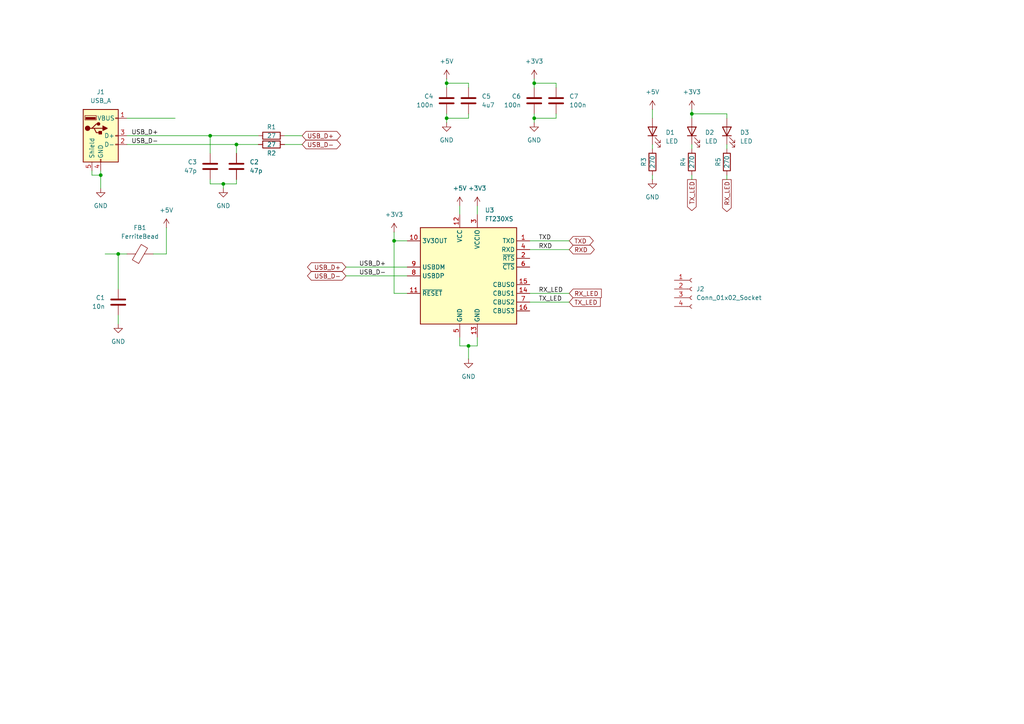
<source format=kicad_sch>
(kicad_sch
	(version 20231120)
	(generator "eeschema")
	(generator_version "8.0")
	(uuid "6811e359-de88-4a7f-b71e-05e3dae9c294")
	(paper "A4")
	(lib_symbols
		(symbol "Connector:Conn_01x04_Socket"
			(pin_names
				(offset 1.016) hide)
			(exclude_from_sim no)
			(in_bom yes)
			(on_board yes)
			(property "Reference" "J"
				(at 0 5.08 0)
				(effects
					(font
						(size 1.27 1.27)
					)
				)
			)
			(property "Value" "Conn_01x04_Socket"
				(at 0 -7.62 0)
				(effects
					(font
						(size 1.27 1.27)
					)
				)
			)
			(property "Footprint" ""
				(at 0 0 0)
				(effects
					(font
						(size 1.27 1.27)
					)
					(hide yes)
				)
			)
			(property "Datasheet" "~"
				(at 0 0 0)
				(effects
					(font
						(size 1.27 1.27)
					)
					(hide yes)
				)
			)
			(property "Description" "Generic connector, single row, 01x04, script generated"
				(at 0 0 0)
				(effects
					(font
						(size 1.27 1.27)
					)
					(hide yes)
				)
			)
			(property "ki_locked" ""
				(at 0 0 0)
				(effects
					(font
						(size 1.27 1.27)
					)
				)
			)
			(property "ki_keywords" "connector"
				(at 0 0 0)
				(effects
					(font
						(size 1.27 1.27)
					)
					(hide yes)
				)
			)
			(property "ki_fp_filters" "Connector*:*_1x??_*"
				(at 0 0 0)
				(effects
					(font
						(size 1.27 1.27)
					)
					(hide yes)
				)
			)
			(symbol "Conn_01x04_Socket_1_1"
				(arc
					(start 0 -4.572)
					(mid -0.5058 -5.08)
					(end 0 -5.588)
					(stroke
						(width 0.1524)
						(type default)
					)
					(fill
						(type none)
					)
				)
				(arc
					(start 0 -2.032)
					(mid -0.5058 -2.54)
					(end 0 -3.048)
					(stroke
						(width 0.1524)
						(type default)
					)
					(fill
						(type none)
					)
				)
				(polyline
					(pts
						(xy -1.27 -5.08) (xy -0.508 -5.08)
					)
					(stroke
						(width 0.1524)
						(type default)
					)
					(fill
						(type none)
					)
				)
				(polyline
					(pts
						(xy -1.27 -2.54) (xy -0.508 -2.54)
					)
					(stroke
						(width 0.1524)
						(type default)
					)
					(fill
						(type none)
					)
				)
				(polyline
					(pts
						(xy -1.27 0) (xy -0.508 0)
					)
					(stroke
						(width 0.1524)
						(type default)
					)
					(fill
						(type none)
					)
				)
				(polyline
					(pts
						(xy -1.27 2.54) (xy -0.508 2.54)
					)
					(stroke
						(width 0.1524)
						(type default)
					)
					(fill
						(type none)
					)
				)
				(arc
					(start 0 0.508)
					(mid -0.5058 0)
					(end 0 -0.508)
					(stroke
						(width 0.1524)
						(type default)
					)
					(fill
						(type none)
					)
				)
				(arc
					(start 0 3.048)
					(mid -0.5058 2.54)
					(end 0 2.032)
					(stroke
						(width 0.1524)
						(type default)
					)
					(fill
						(type none)
					)
				)
				(pin passive line
					(at -5.08 2.54 0)
					(length 3.81)
					(name "Pin_1"
						(effects
							(font
								(size 1.27 1.27)
							)
						)
					)
					(number "1"
						(effects
							(font
								(size 1.27 1.27)
							)
						)
					)
				)
				(pin passive line
					(at -5.08 0 0)
					(length 3.81)
					(name "Pin_2"
						(effects
							(font
								(size 1.27 1.27)
							)
						)
					)
					(number "2"
						(effects
							(font
								(size 1.27 1.27)
							)
						)
					)
				)
				(pin passive line
					(at -5.08 -2.54 0)
					(length 3.81)
					(name "Pin_3"
						(effects
							(font
								(size 1.27 1.27)
							)
						)
					)
					(number "3"
						(effects
							(font
								(size 1.27 1.27)
							)
						)
					)
				)
				(pin passive line
					(at -5.08 -5.08 0)
					(length 3.81)
					(name "Pin_4"
						(effects
							(font
								(size 1.27 1.27)
							)
						)
					)
					(number "4"
						(effects
							(font
								(size 1.27 1.27)
							)
						)
					)
				)
			)
		)
		(symbol "Connector:USB_A"
			(pin_names
				(offset 1.016)
			)
			(exclude_from_sim no)
			(in_bom yes)
			(on_board yes)
			(property "Reference" "J"
				(at -5.08 11.43 0)
				(effects
					(font
						(size 1.27 1.27)
					)
					(justify left)
				)
			)
			(property "Value" "USB_A"
				(at -5.08 8.89 0)
				(effects
					(font
						(size 1.27 1.27)
					)
					(justify left)
				)
			)
			(property "Footprint" ""
				(at 3.81 -1.27 0)
				(effects
					(font
						(size 1.27 1.27)
					)
					(hide yes)
				)
			)
			(property "Datasheet" "~"
				(at 3.81 -1.27 0)
				(effects
					(font
						(size 1.27 1.27)
					)
					(hide yes)
				)
			)
			(property "Description" "USB Type A connector"
				(at 0 0 0)
				(effects
					(font
						(size 1.27 1.27)
					)
					(hide yes)
				)
			)
			(property "ki_keywords" "connector USB"
				(at 0 0 0)
				(effects
					(font
						(size 1.27 1.27)
					)
					(hide yes)
				)
			)
			(property "ki_fp_filters" "USB*"
				(at 0 0 0)
				(effects
					(font
						(size 1.27 1.27)
					)
					(hide yes)
				)
			)
			(symbol "USB_A_0_1"
				(rectangle
					(start -5.08 -7.62)
					(end 5.08 7.62)
					(stroke
						(width 0.254)
						(type default)
					)
					(fill
						(type background)
					)
				)
				(circle
					(center -3.81 2.159)
					(radius 0.635)
					(stroke
						(width 0.254)
						(type default)
					)
					(fill
						(type outline)
					)
				)
				(rectangle
					(start -1.524 4.826)
					(end -4.318 5.334)
					(stroke
						(width 0)
						(type default)
					)
					(fill
						(type outline)
					)
				)
				(rectangle
					(start -1.27 4.572)
					(end -4.572 5.842)
					(stroke
						(width 0)
						(type default)
					)
					(fill
						(type none)
					)
				)
				(circle
					(center -0.635 3.429)
					(radius 0.381)
					(stroke
						(width 0.254)
						(type default)
					)
					(fill
						(type outline)
					)
				)
				(rectangle
					(start -0.127 -7.62)
					(end 0.127 -6.858)
					(stroke
						(width 0)
						(type default)
					)
					(fill
						(type none)
					)
				)
				(polyline
					(pts
						(xy -3.175 2.159) (xy -2.54 2.159) (xy -1.27 3.429) (xy -0.635 3.429)
					)
					(stroke
						(width 0.254)
						(type default)
					)
					(fill
						(type none)
					)
				)
				(polyline
					(pts
						(xy -2.54 2.159) (xy -1.905 2.159) (xy -1.27 0.889) (xy 0 0.889)
					)
					(stroke
						(width 0.254)
						(type default)
					)
					(fill
						(type none)
					)
				)
				(polyline
					(pts
						(xy 0.635 2.794) (xy 0.635 1.524) (xy 1.905 2.159) (xy 0.635 2.794)
					)
					(stroke
						(width 0.254)
						(type default)
					)
					(fill
						(type outline)
					)
				)
				(rectangle
					(start 0.254 1.27)
					(end -0.508 0.508)
					(stroke
						(width 0.254)
						(type default)
					)
					(fill
						(type outline)
					)
				)
				(rectangle
					(start 5.08 -2.667)
					(end 4.318 -2.413)
					(stroke
						(width 0)
						(type default)
					)
					(fill
						(type none)
					)
				)
				(rectangle
					(start 5.08 -0.127)
					(end 4.318 0.127)
					(stroke
						(width 0)
						(type default)
					)
					(fill
						(type none)
					)
				)
				(rectangle
					(start 5.08 4.953)
					(end 4.318 5.207)
					(stroke
						(width 0)
						(type default)
					)
					(fill
						(type none)
					)
				)
			)
			(symbol "USB_A_1_1"
				(polyline
					(pts
						(xy -1.905 2.159) (xy 0.635 2.159)
					)
					(stroke
						(width 0.254)
						(type default)
					)
					(fill
						(type none)
					)
				)
				(pin power_in line
					(at 7.62 5.08 180)
					(length 2.54)
					(name "VBUS"
						(effects
							(font
								(size 1.27 1.27)
							)
						)
					)
					(number "1"
						(effects
							(font
								(size 1.27 1.27)
							)
						)
					)
				)
				(pin bidirectional line
					(at 7.62 -2.54 180)
					(length 2.54)
					(name "D-"
						(effects
							(font
								(size 1.27 1.27)
							)
						)
					)
					(number "2"
						(effects
							(font
								(size 1.27 1.27)
							)
						)
					)
				)
				(pin bidirectional line
					(at 7.62 0 180)
					(length 2.54)
					(name "D+"
						(effects
							(font
								(size 1.27 1.27)
							)
						)
					)
					(number "3"
						(effects
							(font
								(size 1.27 1.27)
							)
						)
					)
				)
				(pin power_in line
					(at 0 -10.16 90)
					(length 2.54)
					(name "GND"
						(effects
							(font
								(size 1.27 1.27)
							)
						)
					)
					(number "4"
						(effects
							(font
								(size 1.27 1.27)
							)
						)
					)
				)
				(pin passive line
					(at -2.54 -10.16 90)
					(length 2.54)
					(name "Shield"
						(effects
							(font
								(size 1.27 1.27)
							)
						)
					)
					(number "5"
						(effects
							(font
								(size 1.27 1.27)
							)
						)
					)
				)
			)
		)
		(symbol "Device:C"
			(pin_numbers hide)
			(pin_names
				(offset 0.254)
			)
			(exclude_from_sim no)
			(in_bom yes)
			(on_board yes)
			(property "Reference" "C"
				(at 0.635 2.54 0)
				(effects
					(font
						(size 1.27 1.27)
					)
					(justify left)
				)
			)
			(property "Value" "C"
				(at 0.635 -2.54 0)
				(effects
					(font
						(size 1.27 1.27)
					)
					(justify left)
				)
			)
			(property "Footprint" ""
				(at 0.9652 -3.81 0)
				(effects
					(font
						(size 1.27 1.27)
					)
					(hide yes)
				)
			)
			(property "Datasheet" "~"
				(at 0 0 0)
				(effects
					(font
						(size 1.27 1.27)
					)
					(hide yes)
				)
			)
			(property "Description" "Unpolarized capacitor"
				(at 0 0 0)
				(effects
					(font
						(size 1.27 1.27)
					)
					(hide yes)
				)
			)
			(property "ki_keywords" "cap capacitor"
				(at 0 0 0)
				(effects
					(font
						(size 1.27 1.27)
					)
					(hide yes)
				)
			)
			(property "ki_fp_filters" "C_*"
				(at 0 0 0)
				(effects
					(font
						(size 1.27 1.27)
					)
					(hide yes)
				)
			)
			(symbol "C_0_1"
				(polyline
					(pts
						(xy -2.032 -0.762) (xy 2.032 -0.762)
					)
					(stroke
						(width 0.508)
						(type default)
					)
					(fill
						(type none)
					)
				)
				(polyline
					(pts
						(xy -2.032 0.762) (xy 2.032 0.762)
					)
					(stroke
						(width 0.508)
						(type default)
					)
					(fill
						(type none)
					)
				)
			)
			(symbol "C_1_1"
				(pin passive line
					(at 0 3.81 270)
					(length 2.794)
					(name "~"
						(effects
							(font
								(size 1.27 1.27)
							)
						)
					)
					(number "1"
						(effects
							(font
								(size 1.27 1.27)
							)
						)
					)
				)
				(pin passive line
					(at 0 -3.81 90)
					(length 2.794)
					(name "~"
						(effects
							(font
								(size 1.27 1.27)
							)
						)
					)
					(number "2"
						(effects
							(font
								(size 1.27 1.27)
							)
						)
					)
				)
			)
		)
		(symbol "Device:FerriteBead"
			(pin_numbers hide)
			(pin_names
				(offset 0)
			)
			(exclude_from_sim no)
			(in_bom yes)
			(on_board yes)
			(property "Reference" "FB"
				(at -3.81 0.635 90)
				(effects
					(font
						(size 1.27 1.27)
					)
				)
			)
			(property "Value" "FerriteBead"
				(at 3.81 0 90)
				(effects
					(font
						(size 1.27 1.27)
					)
				)
			)
			(property "Footprint" ""
				(at -1.778 0 90)
				(effects
					(font
						(size 1.27 1.27)
					)
					(hide yes)
				)
			)
			(property "Datasheet" "~"
				(at 0 0 0)
				(effects
					(font
						(size 1.27 1.27)
					)
					(hide yes)
				)
			)
			(property "Description" "Ferrite bead"
				(at 0 0 0)
				(effects
					(font
						(size 1.27 1.27)
					)
					(hide yes)
				)
			)
			(property "ki_keywords" "L ferrite bead inductor filter"
				(at 0 0 0)
				(effects
					(font
						(size 1.27 1.27)
					)
					(hide yes)
				)
			)
			(property "ki_fp_filters" "Inductor_* L_* *Ferrite*"
				(at 0 0 0)
				(effects
					(font
						(size 1.27 1.27)
					)
					(hide yes)
				)
			)
			(symbol "FerriteBead_0_1"
				(polyline
					(pts
						(xy 0 -1.27) (xy 0 -1.2192)
					)
					(stroke
						(width 0)
						(type default)
					)
					(fill
						(type none)
					)
				)
				(polyline
					(pts
						(xy 0 1.27) (xy 0 1.2954)
					)
					(stroke
						(width 0)
						(type default)
					)
					(fill
						(type none)
					)
				)
				(polyline
					(pts
						(xy -2.7686 0.4064) (xy -1.7018 2.2606) (xy 2.7686 -0.3048) (xy 1.6764 -2.159) (xy -2.7686 0.4064)
					)
					(stroke
						(width 0)
						(type default)
					)
					(fill
						(type none)
					)
				)
			)
			(symbol "FerriteBead_1_1"
				(pin passive line
					(at 0 3.81 270)
					(length 2.54)
					(name "~"
						(effects
							(font
								(size 1.27 1.27)
							)
						)
					)
					(number "1"
						(effects
							(font
								(size 1.27 1.27)
							)
						)
					)
				)
				(pin passive line
					(at 0 -3.81 90)
					(length 2.54)
					(name "~"
						(effects
							(font
								(size 1.27 1.27)
							)
						)
					)
					(number "2"
						(effects
							(font
								(size 1.27 1.27)
							)
						)
					)
				)
			)
		)
		(symbol "Device:LED"
			(pin_numbers hide)
			(pin_names
				(offset 1.016) hide)
			(exclude_from_sim no)
			(in_bom yes)
			(on_board yes)
			(property "Reference" "D"
				(at 0 2.54 0)
				(effects
					(font
						(size 1.27 1.27)
					)
				)
			)
			(property "Value" "LED"
				(at 0 -2.54 0)
				(effects
					(font
						(size 1.27 1.27)
					)
				)
			)
			(property "Footprint" ""
				(at 0 0 0)
				(effects
					(font
						(size 1.27 1.27)
					)
					(hide yes)
				)
			)
			(property "Datasheet" "~"
				(at 0 0 0)
				(effects
					(font
						(size 1.27 1.27)
					)
					(hide yes)
				)
			)
			(property "Description" "Light emitting diode"
				(at 0 0 0)
				(effects
					(font
						(size 1.27 1.27)
					)
					(hide yes)
				)
			)
			(property "ki_keywords" "LED diode"
				(at 0 0 0)
				(effects
					(font
						(size 1.27 1.27)
					)
					(hide yes)
				)
			)
			(property "ki_fp_filters" "LED* LED_SMD:* LED_THT:*"
				(at 0 0 0)
				(effects
					(font
						(size 1.27 1.27)
					)
					(hide yes)
				)
			)
			(symbol "LED_0_1"
				(polyline
					(pts
						(xy -1.27 -1.27) (xy -1.27 1.27)
					)
					(stroke
						(width 0.254)
						(type default)
					)
					(fill
						(type none)
					)
				)
				(polyline
					(pts
						(xy -1.27 0) (xy 1.27 0)
					)
					(stroke
						(width 0)
						(type default)
					)
					(fill
						(type none)
					)
				)
				(polyline
					(pts
						(xy 1.27 -1.27) (xy 1.27 1.27) (xy -1.27 0) (xy 1.27 -1.27)
					)
					(stroke
						(width 0.254)
						(type default)
					)
					(fill
						(type none)
					)
				)
				(polyline
					(pts
						(xy -3.048 -0.762) (xy -4.572 -2.286) (xy -3.81 -2.286) (xy -4.572 -2.286) (xy -4.572 -1.524)
					)
					(stroke
						(width 0)
						(type default)
					)
					(fill
						(type none)
					)
				)
				(polyline
					(pts
						(xy -1.778 -0.762) (xy -3.302 -2.286) (xy -2.54 -2.286) (xy -3.302 -2.286) (xy -3.302 -1.524)
					)
					(stroke
						(width 0)
						(type default)
					)
					(fill
						(type none)
					)
				)
			)
			(symbol "LED_1_1"
				(pin passive line
					(at -3.81 0 0)
					(length 2.54)
					(name "K"
						(effects
							(font
								(size 1.27 1.27)
							)
						)
					)
					(number "1"
						(effects
							(font
								(size 1.27 1.27)
							)
						)
					)
				)
				(pin passive line
					(at 3.81 0 180)
					(length 2.54)
					(name "A"
						(effects
							(font
								(size 1.27 1.27)
							)
						)
					)
					(number "2"
						(effects
							(font
								(size 1.27 1.27)
							)
						)
					)
				)
			)
		)
		(symbol "Device:R"
			(pin_numbers hide)
			(pin_names
				(offset 0)
			)
			(exclude_from_sim no)
			(in_bom yes)
			(on_board yes)
			(property "Reference" "R"
				(at 2.032 0 90)
				(effects
					(font
						(size 1.27 1.27)
					)
				)
			)
			(property "Value" "R"
				(at 0 0 90)
				(effects
					(font
						(size 1.27 1.27)
					)
				)
			)
			(property "Footprint" ""
				(at -1.778 0 90)
				(effects
					(font
						(size 1.27 1.27)
					)
					(hide yes)
				)
			)
			(property "Datasheet" "~"
				(at 0 0 0)
				(effects
					(font
						(size 1.27 1.27)
					)
					(hide yes)
				)
			)
			(property "Description" "Resistor"
				(at 0 0 0)
				(effects
					(font
						(size 1.27 1.27)
					)
					(hide yes)
				)
			)
			(property "ki_keywords" "R res resistor"
				(at 0 0 0)
				(effects
					(font
						(size 1.27 1.27)
					)
					(hide yes)
				)
			)
			(property "ki_fp_filters" "R_*"
				(at 0 0 0)
				(effects
					(font
						(size 1.27 1.27)
					)
					(hide yes)
				)
			)
			(symbol "R_0_1"
				(rectangle
					(start -1.016 -2.54)
					(end 1.016 2.54)
					(stroke
						(width 0.254)
						(type default)
					)
					(fill
						(type none)
					)
				)
			)
			(symbol "R_1_1"
				(pin passive line
					(at 0 3.81 270)
					(length 1.27)
					(name "~"
						(effects
							(font
								(size 1.27 1.27)
							)
						)
					)
					(number "1"
						(effects
							(font
								(size 1.27 1.27)
							)
						)
					)
				)
				(pin passive line
					(at 0 -3.81 90)
					(length 1.27)
					(name "~"
						(effects
							(font
								(size 1.27 1.27)
							)
						)
					)
					(number "2"
						(effects
							(font
								(size 1.27 1.27)
							)
						)
					)
				)
			)
		)
		(symbol "Interface_USB:FT230XS"
			(exclude_from_sim no)
			(in_bom yes)
			(on_board yes)
			(property "Reference" "U"
				(at -13.97 15.24 0)
				(effects
					(font
						(size 1.27 1.27)
					)
					(justify left)
				)
			)
			(property "Value" "FT230XS"
				(at 7.62 15.24 0)
				(effects
					(font
						(size 1.27 1.27)
					)
					(justify left)
				)
			)
			(property "Footprint" "Package_SO:SSOP-16_3.9x4.9mm_P0.635mm"
				(at 25.4 -15.24 0)
				(effects
					(font
						(size 1.27 1.27)
					)
					(hide yes)
				)
			)
			(property "Datasheet" "https://www.ftdichip.com/Support/Documents/DataSheets/ICs/DS_FT230X.pdf"
				(at 0 0 0)
				(effects
					(font
						(size 1.27 1.27)
					)
					(hide yes)
				)
			)
			(property "Description" "Full Speed USB to Basic UART, SSOP-16"
				(at 0 0 0)
				(effects
					(font
						(size 1.27 1.27)
					)
					(hide yes)
				)
			)
			(property "ki_keywords" "FTDI USB UART interface converter"
				(at 0 0 0)
				(effects
					(font
						(size 1.27 1.27)
					)
					(hide yes)
				)
			)
			(property "ki_fp_filters" "SSOP*3.9x4.9*P0.635mm*"
				(at 0 0 0)
				(effects
					(font
						(size 1.27 1.27)
					)
					(hide yes)
				)
			)
			(symbol "FT230XS_0_1"
				(rectangle
					(start -13.97 13.97)
					(end 13.97 -13.97)
					(stroke
						(width 0.254)
						(type default)
					)
					(fill
						(type background)
					)
				)
			)
			(symbol "FT230XS_1_1"
				(pin output line
					(at 17.78 10.16 180)
					(length 3.81)
					(name "TXD"
						(effects
							(font
								(size 1.27 1.27)
							)
						)
					)
					(number "1"
						(effects
							(font
								(size 1.27 1.27)
							)
						)
					)
				)
				(pin power_out line
					(at -17.78 10.16 0)
					(length 3.81)
					(name "3V3OUT"
						(effects
							(font
								(size 1.27 1.27)
							)
						)
					)
					(number "10"
						(effects
							(font
								(size 1.27 1.27)
							)
						)
					)
				)
				(pin input line
					(at -17.78 -5.08 0)
					(length 3.81)
					(name "~{RESET}"
						(effects
							(font
								(size 1.27 1.27)
							)
						)
					)
					(number "11"
						(effects
							(font
								(size 1.27 1.27)
							)
						)
					)
				)
				(pin power_in line
					(at -2.54 17.78 270)
					(length 3.81)
					(name "VCC"
						(effects
							(font
								(size 1.27 1.27)
							)
						)
					)
					(number "12"
						(effects
							(font
								(size 1.27 1.27)
							)
						)
					)
				)
				(pin power_in line
					(at 2.54 -17.78 90)
					(length 3.81)
					(name "GND"
						(effects
							(font
								(size 1.27 1.27)
							)
						)
					)
					(number "13"
						(effects
							(font
								(size 1.27 1.27)
							)
						)
					)
				)
				(pin bidirectional line
					(at 17.78 -5.08 180)
					(length 3.81)
					(name "CBUS1"
						(effects
							(font
								(size 1.27 1.27)
							)
						)
					)
					(number "14"
						(effects
							(font
								(size 1.27 1.27)
							)
						)
					)
				)
				(pin bidirectional line
					(at 17.78 -2.54 180)
					(length 3.81)
					(name "CBUS0"
						(effects
							(font
								(size 1.27 1.27)
							)
						)
					)
					(number "15"
						(effects
							(font
								(size 1.27 1.27)
							)
						)
					)
				)
				(pin bidirectional line
					(at 17.78 -10.16 180)
					(length 3.81)
					(name "CBUS3"
						(effects
							(font
								(size 1.27 1.27)
							)
						)
					)
					(number "16"
						(effects
							(font
								(size 1.27 1.27)
							)
						)
					)
				)
				(pin output line
					(at 17.78 5.08 180)
					(length 3.81)
					(name "~{RTS}"
						(effects
							(font
								(size 1.27 1.27)
							)
						)
					)
					(number "2"
						(effects
							(font
								(size 1.27 1.27)
							)
						)
					)
				)
				(pin power_in line
					(at 2.54 17.78 270)
					(length 3.81)
					(name "VCCIO"
						(effects
							(font
								(size 1.27 1.27)
							)
						)
					)
					(number "3"
						(effects
							(font
								(size 1.27 1.27)
							)
						)
					)
				)
				(pin input line
					(at 17.78 7.62 180)
					(length 3.81)
					(name "RXD"
						(effects
							(font
								(size 1.27 1.27)
							)
						)
					)
					(number "4"
						(effects
							(font
								(size 1.27 1.27)
							)
						)
					)
				)
				(pin power_in line
					(at -2.54 -17.78 90)
					(length 3.81)
					(name "GND"
						(effects
							(font
								(size 1.27 1.27)
							)
						)
					)
					(number "5"
						(effects
							(font
								(size 1.27 1.27)
							)
						)
					)
				)
				(pin input line
					(at 17.78 2.54 180)
					(length 3.81)
					(name "~{CTS}"
						(effects
							(font
								(size 1.27 1.27)
							)
						)
					)
					(number "6"
						(effects
							(font
								(size 1.27 1.27)
							)
						)
					)
				)
				(pin bidirectional line
					(at 17.78 -7.62 180)
					(length 3.81)
					(name "CBUS2"
						(effects
							(font
								(size 1.27 1.27)
							)
						)
					)
					(number "7"
						(effects
							(font
								(size 1.27 1.27)
							)
						)
					)
				)
				(pin bidirectional line
					(at -17.78 0 0)
					(length 3.81)
					(name "USBDP"
						(effects
							(font
								(size 1.27 1.27)
							)
						)
					)
					(number "8"
						(effects
							(font
								(size 1.27 1.27)
							)
						)
					)
				)
				(pin bidirectional line
					(at -17.78 2.54 0)
					(length 3.81)
					(name "USBDM"
						(effects
							(font
								(size 1.27 1.27)
							)
						)
					)
					(number "9"
						(effects
							(font
								(size 1.27 1.27)
							)
						)
					)
				)
			)
		)
		(symbol "power:+5V"
			(power)
			(pin_numbers hide)
			(pin_names
				(offset 0) hide)
			(exclude_from_sim no)
			(in_bom yes)
			(on_board yes)
			(property "Reference" "#PWR"
				(at 0 -3.81 0)
				(effects
					(font
						(size 1.27 1.27)
					)
					(hide yes)
				)
			)
			(property "Value" "+5V"
				(at 0 3.556 0)
				(effects
					(font
						(size 1.27 1.27)
					)
				)
			)
			(property "Footprint" ""
				(at 0 0 0)
				(effects
					(font
						(size 1.27 1.27)
					)
					(hide yes)
				)
			)
			(property "Datasheet" ""
				(at 0 0 0)
				(effects
					(font
						(size 1.27 1.27)
					)
					(hide yes)
				)
			)
			(property "Description" "Power symbol creates a global label with name \"+5V\""
				(at 0 0 0)
				(effects
					(font
						(size 1.27 1.27)
					)
					(hide yes)
				)
			)
			(property "ki_keywords" "global power"
				(at 0 0 0)
				(effects
					(font
						(size 1.27 1.27)
					)
					(hide yes)
				)
			)
			(symbol "+5V_0_1"
				(polyline
					(pts
						(xy -0.762 1.27) (xy 0 2.54)
					)
					(stroke
						(width 0)
						(type default)
					)
					(fill
						(type none)
					)
				)
				(polyline
					(pts
						(xy 0 0) (xy 0 2.54)
					)
					(stroke
						(width 0)
						(type default)
					)
					(fill
						(type none)
					)
				)
				(polyline
					(pts
						(xy 0 2.54) (xy 0.762 1.27)
					)
					(stroke
						(width 0)
						(type default)
					)
					(fill
						(type none)
					)
				)
			)
			(symbol "+5V_1_1"
				(pin power_in line
					(at 0 0 90)
					(length 0)
					(name "~"
						(effects
							(font
								(size 1.27 1.27)
							)
						)
					)
					(number "1"
						(effects
							(font
								(size 1.27 1.27)
							)
						)
					)
				)
			)
		)
		(symbol "power:GND"
			(power)
			(pin_numbers hide)
			(pin_names
				(offset 0) hide)
			(exclude_from_sim no)
			(in_bom yes)
			(on_board yes)
			(property "Reference" "#PWR"
				(at 0 -6.35 0)
				(effects
					(font
						(size 1.27 1.27)
					)
					(hide yes)
				)
			)
			(property "Value" "GND"
				(at 0 -3.81 0)
				(effects
					(font
						(size 1.27 1.27)
					)
				)
			)
			(property "Footprint" ""
				(at 0 0 0)
				(effects
					(font
						(size 1.27 1.27)
					)
					(hide yes)
				)
			)
			(property "Datasheet" ""
				(at 0 0 0)
				(effects
					(font
						(size 1.27 1.27)
					)
					(hide yes)
				)
			)
			(property "Description" "Power symbol creates a global label with name \"GND\" , ground"
				(at 0 0 0)
				(effects
					(font
						(size 1.27 1.27)
					)
					(hide yes)
				)
			)
			(property "ki_keywords" "global power"
				(at 0 0 0)
				(effects
					(font
						(size 1.27 1.27)
					)
					(hide yes)
				)
			)
			(symbol "GND_0_1"
				(polyline
					(pts
						(xy 0 0) (xy 0 -1.27) (xy 1.27 -1.27) (xy 0 -2.54) (xy -1.27 -1.27) (xy 0 -1.27)
					)
					(stroke
						(width 0)
						(type default)
					)
					(fill
						(type none)
					)
				)
			)
			(symbol "GND_1_1"
				(pin power_in line
					(at 0 0 270)
					(length 0)
					(name "~"
						(effects
							(font
								(size 1.27 1.27)
							)
						)
					)
					(number "1"
						(effects
							(font
								(size 1.27 1.27)
							)
						)
					)
				)
			)
		)
	)
	(junction
		(at 68.58 41.91)
		(diameter 0)
		(color 0 0 0 0)
		(uuid "1979c547-94d1-4791-81ce-d223e34552a1")
	)
	(junction
		(at 129.54 34.29)
		(diameter 0)
		(color 0 0 0 0)
		(uuid "1b20bf9b-426f-413a-ab53-fb40b25f9b80")
	)
	(junction
		(at 129.54 24.13)
		(diameter 0)
		(color 0 0 0 0)
		(uuid "27c5439c-a80e-46cd-b2be-af1e7e7cdf99")
	)
	(junction
		(at 154.94 24.13)
		(diameter 0)
		(color 0 0 0 0)
		(uuid "4df6c7e4-a932-422a-ae95-0d3f2a1045bf")
	)
	(junction
		(at 114.3 69.85)
		(diameter 0)
		(color 0 0 0 0)
		(uuid "51267e98-87e2-45f9-b364-d9dc9768fb0e")
	)
	(junction
		(at 135.89 100.33)
		(diameter 0)
		(color 0 0 0 0)
		(uuid "80370d0c-6d72-4776-a63f-50f1fb975b3e")
	)
	(junction
		(at 60.96 39.37)
		(diameter 0)
		(color 0 0 0 0)
		(uuid "80d96e27-b3a1-497d-8cf4-0738016f639b")
	)
	(junction
		(at 64.77 53.34)
		(diameter 0)
		(color 0 0 0 0)
		(uuid "9352394d-00a3-4e64-b40a-2b81a31fae7e")
	)
	(junction
		(at 154.94 34.29)
		(diameter 0)
		(color 0 0 0 0)
		(uuid "a62d037e-aa77-4289-9734-99e8b9caddc5")
	)
	(junction
		(at 34.29 73.66)
		(diameter 0)
		(color 0 0 0 0)
		(uuid "c9d8dcdb-74fb-44cc-895f-f95984fe4032")
	)
	(junction
		(at 200.66 33.02)
		(diameter 0)
		(color 0 0 0 0)
		(uuid "d1434c3b-c628-47de-ad83-ad41ea448896")
	)
	(junction
		(at 29.21 50.8)
		(diameter 0)
		(color 0 0 0 0)
		(uuid "fc95222d-4c44-448d-8fcd-d933f4d8f1c5")
	)
	(wire
		(pts
			(xy 36.83 41.91) (xy 68.58 41.91)
		)
		(stroke
			(width 0)
			(type default)
		)
		(uuid "00ac9b4e-6f55-4553-a8a7-91e0a1e41f4f")
	)
	(wire
		(pts
			(xy 153.67 69.85) (xy 165.1 69.85)
		)
		(stroke
			(width 0)
			(type default)
		)
		(uuid "058731b8-6f54-41bf-a91f-e58470c3987c")
	)
	(wire
		(pts
			(xy 68.58 41.91) (xy 68.58 44.45)
		)
		(stroke
			(width 0)
			(type default)
		)
		(uuid "07d3787e-e0bc-4691-bdf6-936a9eba3856")
	)
	(wire
		(pts
			(xy 153.67 85.09) (xy 165.1 85.09)
		)
		(stroke
			(width 0)
			(type default)
		)
		(uuid "07e0d0f3-3d78-4f38-862f-92cdba4a3d84")
	)
	(wire
		(pts
			(xy 210.82 33.02) (xy 210.82 34.29)
		)
		(stroke
			(width 0)
			(type default)
		)
		(uuid "0aa2fd5f-7e18-4059-86ca-12221bf5957a")
	)
	(wire
		(pts
			(xy 34.29 73.66) (xy 36.83 73.66)
		)
		(stroke
			(width 0)
			(type default)
		)
		(uuid "100b8e16-a10e-4d40-938e-5481e6a4a8e4")
	)
	(wire
		(pts
			(xy 64.77 53.34) (xy 64.77 54.61)
		)
		(stroke
			(width 0)
			(type default)
		)
		(uuid "100cb7ea-a4fb-43e2-9817-56a5524890c8")
	)
	(wire
		(pts
			(xy 30.48 73.66) (xy 34.29 73.66)
		)
		(stroke
			(width 0)
			(type default)
		)
		(uuid "15a4b239-8578-4ff0-8bc4-7fec88c2469e")
	)
	(wire
		(pts
			(xy 68.58 53.34) (xy 64.77 53.34)
		)
		(stroke
			(width 0)
			(type default)
		)
		(uuid "17099b54-5cf1-4e04-a56f-ac943ebe7029")
	)
	(wire
		(pts
			(xy 154.94 33.02) (xy 154.94 34.29)
		)
		(stroke
			(width 0)
			(type default)
		)
		(uuid "1a045816-2fdf-4cc1-af82-fde15443f286")
	)
	(wire
		(pts
			(xy 135.89 100.33) (xy 135.89 104.14)
		)
		(stroke
			(width 0)
			(type default)
		)
		(uuid "2324ed63-a8b0-4319-99e2-e727764b668a")
	)
	(wire
		(pts
			(xy 189.23 41.91) (xy 189.23 43.18)
		)
		(stroke
			(width 0)
			(type default)
		)
		(uuid "271791c5-014e-4732-b88d-b70ae21fc74c")
	)
	(wire
		(pts
			(xy 29.21 50.8) (xy 29.21 54.61)
		)
		(stroke
			(width 0)
			(type default)
		)
		(uuid "2ff2894d-330c-49c8-ac14-6c5878d118a4")
	)
	(wire
		(pts
			(xy 200.66 50.8) (xy 200.66 52.07)
		)
		(stroke
			(width 0)
			(type default)
		)
		(uuid "31164d4b-bb46-40ae-8d7b-149762589356")
	)
	(wire
		(pts
			(xy 114.3 69.85) (xy 114.3 85.09)
		)
		(stroke
			(width 0)
			(type default)
		)
		(uuid "35b8036d-d6ca-4f89-8e39-2ac2a4abf7af")
	)
	(wire
		(pts
			(xy 135.89 100.33) (xy 133.35 100.33)
		)
		(stroke
			(width 0)
			(type default)
		)
		(uuid "3918659a-9887-412d-aa30-f68f054cae1d")
	)
	(wire
		(pts
			(xy 129.54 22.86) (xy 129.54 24.13)
		)
		(stroke
			(width 0)
			(type default)
		)
		(uuid "3ab7d14f-7686-4cf8-afd3-ba28474f744d")
	)
	(wire
		(pts
			(xy 161.29 24.13) (xy 161.29 25.4)
		)
		(stroke
			(width 0)
			(type default)
		)
		(uuid "3b205152-d765-4fcb-aac8-7bf098caf793")
	)
	(wire
		(pts
			(xy 210.82 50.8) (xy 210.82 52.07)
		)
		(stroke
			(width 0)
			(type default)
		)
		(uuid "3dd68eaf-2bee-4630-a5f3-66ed6c5c1a4a")
	)
	(wire
		(pts
			(xy 133.35 97.79) (xy 133.35 100.33)
		)
		(stroke
			(width 0)
			(type default)
		)
		(uuid "3df98ac0-0b24-47e9-9813-bed8b484b6bc")
	)
	(wire
		(pts
			(xy 210.82 41.91) (xy 210.82 43.18)
		)
		(stroke
			(width 0)
			(type default)
		)
		(uuid "3fd9571e-851a-408f-9b9e-a95f8482b864")
	)
	(wire
		(pts
			(xy 29.21 50.8) (xy 26.67 50.8)
		)
		(stroke
			(width 0)
			(type default)
		)
		(uuid "4466d94c-4c45-4a8e-a830-ebd74ce72000")
	)
	(wire
		(pts
			(xy 189.23 31.75) (xy 189.23 34.29)
		)
		(stroke
			(width 0)
			(type default)
		)
		(uuid "44d95263-677f-4506-a1ea-ffb02aa6e972")
	)
	(wire
		(pts
			(xy 161.29 34.29) (xy 161.29 33.02)
		)
		(stroke
			(width 0)
			(type default)
		)
		(uuid "452fe073-9715-4417-a173-54a3dd7bb480")
	)
	(wire
		(pts
			(xy 114.3 69.85) (xy 118.11 69.85)
		)
		(stroke
			(width 0)
			(type default)
		)
		(uuid "453161a2-4920-40fc-8240-3b23f6ca45c0")
	)
	(wire
		(pts
			(xy 154.94 24.13) (xy 161.29 24.13)
		)
		(stroke
			(width 0)
			(type default)
		)
		(uuid "463a83b7-6b59-4b61-9bed-096934a7a096")
	)
	(wire
		(pts
			(xy 36.83 39.37) (xy 60.96 39.37)
		)
		(stroke
			(width 0)
			(type default)
		)
		(uuid "4cf93e0a-737a-4fad-a67c-b9de41495452")
	)
	(wire
		(pts
			(xy 200.66 41.91) (xy 200.66 43.18)
		)
		(stroke
			(width 0)
			(type default)
		)
		(uuid "4f0e6613-012e-4cc3-b873-5a3dd9772dce")
	)
	(wire
		(pts
			(xy 114.3 85.09) (xy 118.11 85.09)
		)
		(stroke
			(width 0)
			(type default)
		)
		(uuid "4f323395-aca1-434b-9c27-c9f52d410c72")
	)
	(wire
		(pts
			(xy 154.94 34.29) (xy 161.29 34.29)
		)
		(stroke
			(width 0)
			(type default)
		)
		(uuid "532c0e7e-c198-4151-811b-3f0757cd3869")
	)
	(wire
		(pts
			(xy 129.54 24.13) (xy 129.54 25.4)
		)
		(stroke
			(width 0)
			(type default)
		)
		(uuid "54566b40-ed0f-4b98-95bd-8f774a91b8ad")
	)
	(wire
		(pts
			(xy 68.58 41.91) (xy 74.93 41.91)
		)
		(stroke
			(width 0)
			(type default)
		)
		(uuid "565fd6b3-74d8-4440-b6c4-821296cb5561")
	)
	(wire
		(pts
			(xy 200.66 33.02) (xy 200.66 34.29)
		)
		(stroke
			(width 0)
			(type default)
		)
		(uuid "5bc71703-5e31-4ca0-bed8-ac59071f78f6")
	)
	(wire
		(pts
			(xy 154.94 34.29) (xy 154.94 35.56)
		)
		(stroke
			(width 0)
			(type default)
		)
		(uuid "61fd4ba3-e602-433c-90bf-03200dae6e36")
	)
	(wire
		(pts
			(xy 135.89 24.13) (xy 135.89 25.4)
		)
		(stroke
			(width 0)
			(type default)
		)
		(uuid "655dfaca-0bf5-451e-be38-d8ac9f467231")
	)
	(wire
		(pts
			(xy 48.26 66.04) (xy 48.26 73.66)
		)
		(stroke
			(width 0)
			(type default)
		)
		(uuid "738310fe-f903-4197-8453-c6854f8b174f")
	)
	(wire
		(pts
			(xy 29.21 49.53) (xy 29.21 50.8)
		)
		(stroke
			(width 0)
			(type default)
		)
		(uuid "7706adeb-fd8d-4dc2-aa57-a1cd25318b54")
	)
	(wire
		(pts
			(xy 135.89 34.29) (xy 129.54 34.29)
		)
		(stroke
			(width 0)
			(type default)
		)
		(uuid "7d75b66e-03a3-4b23-865f-f8025a7895ac")
	)
	(wire
		(pts
			(xy 138.43 59.69) (xy 138.43 62.23)
		)
		(stroke
			(width 0)
			(type default)
		)
		(uuid "7e7d8a24-dc4b-4475-b70d-bca6fd0b837b")
	)
	(wire
		(pts
			(xy 114.3 67.31) (xy 114.3 69.85)
		)
		(stroke
			(width 0)
			(type default)
		)
		(uuid "85d95947-1d77-4b9d-93fd-5bcfc201300e")
	)
	(wire
		(pts
			(xy 129.54 34.29) (xy 129.54 35.56)
		)
		(stroke
			(width 0)
			(type default)
		)
		(uuid "860a36a2-6a8a-4932-8686-d8f8e96132e7")
	)
	(wire
		(pts
			(xy 68.58 52.07) (xy 68.58 53.34)
		)
		(stroke
			(width 0)
			(type default)
		)
		(uuid "87aa3d7d-0442-4c8f-a864-5316da1a54de")
	)
	(wire
		(pts
			(xy 153.67 72.39) (xy 165.1 72.39)
		)
		(stroke
			(width 0)
			(type default)
		)
		(uuid "92348b8a-1f21-4a59-aa09-c537341f71bb")
	)
	(wire
		(pts
			(xy 36.83 34.29) (xy 50.8 34.29)
		)
		(stroke
			(width 0)
			(type default)
		)
		(uuid "935d4bb7-63a8-4ff4-8eee-77e49ae23b56")
	)
	(wire
		(pts
			(xy 154.94 22.86) (xy 154.94 24.13)
		)
		(stroke
			(width 0)
			(type default)
		)
		(uuid "9701b92a-12df-4a9b-9706-3fee00d31372")
	)
	(wire
		(pts
			(xy 34.29 73.66) (xy 34.29 83.82)
		)
		(stroke
			(width 0)
			(type default)
		)
		(uuid "a0d50634-86cb-4934-8498-28686c8258e7")
	)
	(wire
		(pts
			(xy 129.54 34.29) (xy 129.54 33.02)
		)
		(stroke
			(width 0)
			(type default)
		)
		(uuid "a4feeee0-cd10-4878-bcba-1051290b4d7a")
	)
	(wire
		(pts
			(xy 34.29 91.44) (xy 34.29 93.98)
		)
		(stroke
			(width 0)
			(type default)
		)
		(uuid "a78d9eea-63fc-4e9d-b264-7afd17e9cd52")
	)
	(wire
		(pts
			(xy 200.66 31.75) (xy 200.66 33.02)
		)
		(stroke
			(width 0)
			(type default)
		)
		(uuid "a84034ff-9a2f-4125-8181-403b46ca518a")
	)
	(wire
		(pts
			(xy 48.26 73.66) (xy 44.45 73.66)
		)
		(stroke
			(width 0)
			(type default)
		)
		(uuid "a98f1d42-f7a3-4171-9e94-1270c5a0e8fe")
	)
	(wire
		(pts
			(xy 82.55 41.91) (xy 87.63 41.91)
		)
		(stroke
			(width 0)
			(type default)
		)
		(uuid "ab2d8bc6-45a1-4a16-bebd-e4a3520a3735")
	)
	(wire
		(pts
			(xy 60.96 52.07) (xy 60.96 53.34)
		)
		(stroke
			(width 0)
			(type default)
		)
		(uuid "ad7f14bf-dc33-41ad-bbff-466898d36ffa")
	)
	(wire
		(pts
			(xy 189.23 50.8) (xy 189.23 52.07)
		)
		(stroke
			(width 0)
			(type default)
		)
		(uuid "b153b3ad-7177-450b-867e-8090c379006f")
	)
	(wire
		(pts
			(xy 135.89 33.02) (xy 135.89 34.29)
		)
		(stroke
			(width 0)
			(type default)
		)
		(uuid "b7464815-a01a-4d12-aeb4-73b3e2e394a7")
	)
	(wire
		(pts
			(xy 138.43 97.79) (xy 138.43 100.33)
		)
		(stroke
			(width 0)
			(type default)
		)
		(uuid "bc5f7e51-ce89-4d56-8c63-35ffc2c19ef7")
	)
	(wire
		(pts
			(xy 133.35 59.69) (xy 133.35 62.23)
		)
		(stroke
			(width 0)
			(type default)
		)
		(uuid "c1712eeb-5bf7-47cf-9109-f6bcb83be19f")
	)
	(wire
		(pts
			(xy 200.66 33.02) (xy 210.82 33.02)
		)
		(stroke
			(width 0)
			(type default)
		)
		(uuid "c34323dd-26de-4175-80ce-1d2940239a45")
	)
	(wire
		(pts
			(xy 153.67 87.63) (xy 165.1 87.63)
		)
		(stroke
			(width 0)
			(type default)
		)
		(uuid "d7131eea-fdc3-42b4-b6e2-59618a12116a")
	)
	(wire
		(pts
			(xy 60.96 39.37) (xy 74.93 39.37)
		)
		(stroke
			(width 0)
			(type default)
		)
		(uuid "de8bf5bf-a6dc-4aed-9b6e-03bd27a93fc7")
	)
	(wire
		(pts
			(xy 82.55 39.37) (xy 87.63 39.37)
		)
		(stroke
			(width 0)
			(type default)
		)
		(uuid "ded512d6-446c-4b32-8680-2451fda386d9")
	)
	(wire
		(pts
			(xy 26.67 49.53) (xy 26.67 50.8)
		)
		(stroke
			(width 0)
			(type default)
		)
		(uuid "e229a523-d028-4afd-a253-090f4315b556")
	)
	(wire
		(pts
			(xy 60.96 39.37) (xy 60.96 44.45)
		)
		(stroke
			(width 0)
			(type default)
		)
		(uuid "e49ade78-19b6-436d-9d54-03ea36cb7f96")
	)
	(wire
		(pts
			(xy 100.33 77.47) (xy 118.11 77.47)
		)
		(stroke
			(width 0)
			(type default)
		)
		(uuid "e9bc06cc-b7ce-433e-83b7-20c270d4ce9e")
	)
	(wire
		(pts
			(xy 138.43 100.33) (xy 135.89 100.33)
		)
		(stroke
			(width 0)
			(type default)
		)
		(uuid "f0dcc200-8691-461a-8b26-a36a6d35e265")
	)
	(wire
		(pts
			(xy 154.94 24.13) (xy 154.94 25.4)
		)
		(stroke
			(width 0)
			(type default)
		)
		(uuid "f57284de-5be3-4400-b314-08368159ebd7")
	)
	(wire
		(pts
			(xy 60.96 53.34) (xy 64.77 53.34)
		)
		(stroke
			(width 0)
			(type default)
		)
		(uuid "f5b00d5f-5024-4726-90c9-33fe4088b6d2")
	)
	(wire
		(pts
			(xy 100.33 80.01) (xy 118.11 80.01)
		)
		(stroke
			(width 0)
			(type default)
		)
		(uuid "fa62e239-cf3e-49fd-ba26-bacb7adf76ea")
	)
	(wire
		(pts
			(xy 129.54 24.13) (xy 135.89 24.13)
		)
		(stroke
			(width 0)
			(type default)
		)
		(uuid "fd8a0688-7cc1-4ef9-815d-5b829b383e5a")
	)
	(label "USB_D-"
		(at 38.1 41.91 0)
		(fields_autoplaced yes)
		(effects
			(font
				(size 1.27 1.27)
			)
			(justify left bottom)
		)
		(uuid "07f505af-843b-4a0c-88f7-d19222ce7dc2")
	)
	(label "TX_LED"
		(at 156.21 87.63 0)
		(fields_autoplaced yes)
		(effects
			(font
				(size 1.27 1.27)
			)
			(justify left bottom)
		)
		(uuid "40201bc9-abb0-4268-a124-afae1470e6fb")
	)
	(label "USB_D+"
		(at 104.14 77.47 0)
		(fields_autoplaced yes)
		(effects
			(font
				(size 1.27 1.27)
			)
			(justify left bottom)
		)
		(uuid "78766d09-8dff-4d17-b3d6-f9708d2298df")
	)
	(label "USB_D+"
		(at 38.1 39.37 0)
		(fields_autoplaced yes)
		(effects
			(font
				(size 1.27 1.27)
			)
			(justify left bottom)
		)
		(uuid "88399a19-c4ec-4b00-8152-663d4e61e705")
	)
	(label "USB_D-"
		(at 104.14 80.01 0)
		(fields_autoplaced yes)
		(effects
			(font
				(size 1.27 1.27)
			)
			(justify left bottom)
		)
		(uuid "b3817bd8-dd5f-436a-9902-dd070ffc05ac")
	)
	(label "RXD"
		(at 156.21 72.39 0)
		(fields_autoplaced yes)
		(effects
			(font
				(size 1.27 1.27)
			)
			(justify left bottom)
		)
		(uuid "bcc6d32a-d189-4e39-be8f-ac64d020546f")
	)
	(label "TXD"
		(at 156.21 69.85 0)
		(fields_autoplaced yes)
		(effects
			(font
				(size 1.27 1.27)
			)
			(justify left bottom)
		)
		(uuid "e26199a0-2cbf-475b-888c-a22c1984d9f2")
	)
	(label "RX_LED"
		(at 156.21 85.09 0)
		(fields_autoplaced yes)
		(effects
			(font
				(size 1.27 1.27)
			)
			(justify left bottom)
		)
		(uuid "f9c82300-da6c-4285-a6a5-5c961b8e378a")
	)
	(global_label "TX_LED"
		(shape output)
		(at 200.66 52.07 270)
		(fields_autoplaced yes)
		(effects
			(font
				(size 1.27 1.27)
			)
			(justify right)
		)
		(uuid "64949450-0fe8-4ebc-ba3c-e6a47ba4b49a")
		(property "Intersheetrefs" "${INTERSHEET_REFS}"
			(at 200.66 61.647 90)
			(effects
				(font
					(size 1.27 1.27)
				)
				(justify right)
				(hide yes)
			)
		)
	)
	(global_label "RX_LED"
		(shape input)
		(at 165.1 85.09 0)
		(fields_autoplaced yes)
		(effects
			(font
				(size 1.27 1.27)
			)
			(justify left)
		)
		(uuid "755102f8-8e1c-41d2-a14d-b857db9c7f53")
		(property "Intersheetrefs" "${INTERSHEET_REFS}"
			(at 174.9794 85.09 0)
			(effects
				(font
					(size 1.27 1.27)
				)
				(justify left)
				(hide yes)
			)
		)
	)
	(global_label "USB_D+"
		(shape bidirectional)
		(at 87.63 39.37 0)
		(fields_autoplaced yes)
		(effects
			(font
				(size 1.27 1.27)
			)
			(justify left)
		)
		(uuid "8173dc9a-4c3c-4d83-afbb-3b6564a91aea")
		(property "Intersheetrefs" "${INTERSHEET_REFS}"
			(at 99.3465 39.37 0)
			(effects
				(font
					(size 1.27 1.27)
				)
				(justify left)
				(hide yes)
			)
		)
	)
	(global_label "RXD"
		(shape bidirectional)
		(at 165.1 72.39 0)
		(fields_autoplaced yes)
		(effects
			(font
				(size 1.27 1.27)
			)
			(justify left)
		)
		(uuid "8247b87e-744a-44fc-8dc8-cd213f0aa7c5")
		(property "Intersheetrefs" "${INTERSHEET_REFS}"
			(at 172.946 72.39 0)
			(effects
				(font
					(size 1.27 1.27)
				)
				(justify left)
				(hide yes)
			)
		)
	)
	(global_label "USB_D+"
		(shape bidirectional)
		(at 100.33 77.47 180)
		(fields_autoplaced yes)
		(effects
			(font
				(size 1.27 1.27)
			)
			(justify right)
		)
		(uuid "8c0698db-3ba6-417e-bf0e-b4f38f91eba2")
		(property "Intersheetrefs" "${INTERSHEET_REFS}"
			(at 88.6135 77.47 0)
			(effects
				(font
					(size 1.27 1.27)
				)
				(justify right)
				(hide yes)
			)
		)
	)
	(global_label "TX_LED"
		(shape input)
		(at 165.1 87.63 0)
		(fields_autoplaced yes)
		(effects
			(font
				(size 1.27 1.27)
			)
			(justify left)
		)
		(uuid "aa3333ad-1519-4332-9ecf-d046f83bb583")
		(property "Intersheetrefs" "${INTERSHEET_REFS}"
			(at 174.677 87.63 0)
			(effects
				(font
					(size 1.27 1.27)
				)
				(justify left)
				(hide yes)
			)
		)
	)
	(global_label "RX_LED"
		(shape output)
		(at 210.82 52.07 270)
		(fields_autoplaced yes)
		(effects
			(font
				(size 1.27 1.27)
			)
			(justify right)
		)
		(uuid "aabe1032-ac41-453e-a5d9-e0604eaae752")
		(property "Intersheetrefs" "${INTERSHEET_REFS}"
			(at 210.82 61.9494 90)
			(effects
				(font
					(size 1.27 1.27)
				)
				(justify right)
				(hide yes)
			)
		)
	)
	(global_label "TXD"
		(shape bidirectional)
		(at 165.1 69.85 0)
		(fields_autoplaced yes)
		(effects
			(font
				(size 1.27 1.27)
			)
			(justify left)
		)
		(uuid "ab25383f-e6d9-4bb6-8357-f92a67b240b6")
		(property "Intersheetrefs" "${INTERSHEET_REFS}"
			(at 172.6436 69.85 0)
			(effects
				(font
					(size 1.27 1.27)
				)
				(justify left)
				(hide yes)
			)
		)
	)
	(global_label "USB_D-"
		(shape bidirectional)
		(at 87.63 41.91 0)
		(fields_autoplaced yes)
		(effects
			(font
				(size 1.27 1.27)
			)
			(justify left)
		)
		(uuid "ed11bf07-0a7d-465e-a4ac-f31542a2d40d")
		(property "Intersheetrefs" "${INTERSHEET_REFS}"
			(at 99.3465 41.91 0)
			(effects
				(font
					(size 1.27 1.27)
				)
				(justify left)
				(hide yes)
			)
		)
	)
	(global_label "USB_D-"
		(shape bidirectional)
		(at 100.33 80.01 180)
		(fields_autoplaced yes)
		(effects
			(font
				(size 1.27 1.27)
			)
			(justify right)
		)
		(uuid "fe9e7357-9e3c-4690-9485-e483c253da0e")
		(property "Intersheetrefs" "${INTERSHEET_REFS}"
			(at 88.6135 80.01 0)
			(effects
				(font
					(size 1.27 1.27)
				)
				(justify right)
				(hide yes)
			)
		)
	)
	(symbol
		(lib_id "Device:C")
		(at 68.58 48.26 0)
		(unit 1)
		(exclude_from_sim no)
		(in_bom yes)
		(on_board yes)
		(dnp no)
		(fields_autoplaced yes)
		(uuid "091189c9-ce71-4438-9ea6-37527bf4a3a6")
		(property "Reference" "C2"
			(at 72.39 46.9899 0)
			(effects
				(font
					(size 1.27 1.27)
				)
				(justify left)
			)
		)
		(property "Value" "47p"
			(at 72.39 49.5299 0)
			(effects
				(font
					(size 1.27 1.27)
				)
				(justify left)
			)
		)
		(property "Footprint" ""
			(at 69.5452 52.07 0)
			(effects
				(font
					(size 1.27 1.27)
				)
				(hide yes)
			)
		)
		(property "Datasheet" "~"
			(at 68.58 48.26 0)
			(effects
				(font
					(size 1.27 1.27)
				)
				(hide yes)
			)
		)
		(property "Description" "Unpolarized capacitor"
			(at 68.58 48.26 0)
			(effects
				(font
					(size 1.27 1.27)
				)
				(hide yes)
			)
		)
		(pin "1"
			(uuid "9e1e0a49-8387-4a89-a2c9-d4856797b105")
		)
		(pin "2"
			(uuid "bdd3f460-7ca6-4c0f-8531-bf31eab920b8")
		)
		(instances
			(project ""
				(path "/6811e359-de88-4a7f-b71e-05e3dae9c294"
					(reference "C2")
					(unit 1)
				)
			)
		)
	)
	(symbol
		(lib_id "power:+5V")
		(at 154.94 22.86 0)
		(mirror y)
		(unit 1)
		(exclude_from_sim no)
		(in_bom yes)
		(on_board yes)
		(dnp no)
		(fields_autoplaced yes)
		(uuid "102ae640-3bd3-4ee1-bf78-3703da4cb71e")
		(property "Reference" "#PWR010"
			(at 154.94 26.67 0)
			(effects
				(font
					(size 1.27 1.27)
				)
				(hide yes)
			)
		)
		(property "Value" "+3V3"
			(at 154.94 17.78 0)
			(effects
				(font
					(size 1.27 1.27)
				)
			)
		)
		(property "Footprint" ""
			(at 154.94 22.86 0)
			(effects
				(font
					(size 1.27 1.27)
				)
				(hide yes)
			)
		)
		(property "Datasheet" ""
			(at 154.94 22.86 0)
			(effects
				(font
					(size 1.27 1.27)
				)
				(hide yes)
			)
		)
		(property "Description" "Power symbol creates a global label with name \"+5V\""
			(at 154.94 22.86 0)
			(effects
				(font
					(size 1.27 1.27)
				)
				(hide yes)
			)
		)
		(pin "1"
			(uuid "4096d45f-ffa9-4c6b-95c8-44e4faa3d5b6")
		)
		(instances
			(project "ch340c_usb2uart"
				(path "/6811e359-de88-4a7f-b71e-05e3dae9c294"
					(reference "#PWR010")
					(unit 1)
				)
			)
		)
	)
	(symbol
		(lib_id "Device:R")
		(at 210.82 46.99 180)
		(unit 1)
		(exclude_from_sim no)
		(in_bom yes)
		(on_board yes)
		(dnp no)
		(uuid "12254302-04cc-4f73-b42c-6c4707968287")
		(property "Reference" "R5"
			(at 208.28 46.99 90)
			(effects
				(font
					(size 1.27 1.27)
				)
			)
		)
		(property "Value" "270"
			(at 210.82 46.99 90)
			(effects
				(font
					(size 1.27 1.27)
				)
			)
		)
		(property "Footprint" ""
			(at 212.598 46.99 90)
			(effects
				(font
					(size 1.27 1.27)
				)
				(hide yes)
			)
		)
		(property "Datasheet" "~"
			(at 210.82 46.99 0)
			(effects
				(font
					(size 1.27 1.27)
				)
				(hide yes)
			)
		)
		(property "Description" "Resistor"
			(at 210.82 46.99 0)
			(effects
				(font
					(size 1.27 1.27)
				)
				(hide yes)
			)
		)
		(pin "1"
			(uuid "f89e6cce-869a-4d35-a208-a55bd10fc272")
		)
		(pin "2"
			(uuid "035d01b1-aea7-4dc6-870c-d828726ac43f")
		)
		(instances
			(project "ch340c_usb2uart"
				(path "/6811e359-de88-4a7f-b71e-05e3dae9c294"
					(reference "R5")
					(unit 1)
				)
			)
		)
	)
	(symbol
		(lib_id "power:+5V")
		(at 114.3 67.31 0)
		(unit 1)
		(exclude_from_sim no)
		(in_bom yes)
		(on_board yes)
		(dnp no)
		(fields_autoplaced yes)
		(uuid "1b62d514-f3ac-4128-a02d-39b7a102e9cd")
		(property "Reference" "#PWR08"
			(at 114.3 71.12 0)
			(effects
				(font
					(size 1.27 1.27)
				)
				(hide yes)
			)
		)
		(property "Value" "+3V3"
			(at 114.3 62.23 0)
			(effects
				(font
					(size 1.27 1.27)
				)
			)
		)
		(property "Footprint" ""
			(at 114.3 67.31 0)
			(effects
				(font
					(size 1.27 1.27)
				)
				(hide yes)
			)
		)
		(property "Datasheet" ""
			(at 114.3 67.31 0)
			(effects
				(font
					(size 1.27 1.27)
				)
				(hide yes)
			)
		)
		(property "Description" "Power symbol creates a global label with name \"+5V\""
			(at 114.3 67.31 0)
			(effects
				(font
					(size 1.27 1.27)
				)
				(hide yes)
			)
		)
		(pin "1"
			(uuid "9364d089-6bfb-48c9-ba7a-b69ca6934059")
		)
		(instances
			(project "ch340c_usb2uart"
				(path "/6811e359-de88-4a7f-b71e-05e3dae9c294"
					(reference "#PWR08")
					(unit 1)
				)
			)
		)
	)
	(symbol
		(lib_id "power:GND")
		(at 189.23 52.07 0)
		(unit 1)
		(exclude_from_sim no)
		(in_bom yes)
		(on_board yes)
		(dnp no)
		(fields_autoplaced yes)
		(uuid "25dd2aaf-33b8-4433-94b7-0782dddc573f")
		(property "Reference" "#PWR014"
			(at 189.23 58.42 0)
			(effects
				(font
					(size 1.27 1.27)
				)
				(hide yes)
			)
		)
		(property "Value" "GND"
			(at 189.23 57.15 0)
			(effects
				(font
					(size 1.27 1.27)
				)
			)
		)
		(property "Footprint" ""
			(at 189.23 52.07 0)
			(effects
				(font
					(size 1.27 1.27)
				)
				(hide yes)
			)
		)
		(property "Datasheet" ""
			(at 189.23 52.07 0)
			(effects
				(font
					(size 1.27 1.27)
				)
				(hide yes)
			)
		)
		(property "Description" "Power symbol creates a global label with name \"GND\" , ground"
			(at 189.23 52.07 0)
			(effects
				(font
					(size 1.27 1.27)
				)
				(hide yes)
			)
		)
		(pin "1"
			(uuid "d510bd20-2f11-4ac9-89aa-98cd93d0a560")
		)
		(instances
			(project "ch340c_usb2uart"
				(path "/6811e359-de88-4a7f-b71e-05e3dae9c294"
					(reference "#PWR014")
					(unit 1)
				)
			)
		)
	)
	(symbol
		(lib_id "power:+5V")
		(at 133.35 59.69 0)
		(unit 1)
		(exclude_from_sim no)
		(in_bom yes)
		(on_board yes)
		(dnp no)
		(fields_autoplaced yes)
		(uuid "2b4e9ed2-8f3e-4378-96b8-bec98194335b")
		(property "Reference" "#PWR06"
			(at 133.35 63.5 0)
			(effects
				(font
					(size 1.27 1.27)
				)
				(hide yes)
			)
		)
		(property "Value" "+5V"
			(at 133.35 54.61 0)
			(effects
				(font
					(size 1.27 1.27)
				)
			)
		)
		(property "Footprint" ""
			(at 133.35 59.69 0)
			(effects
				(font
					(size 1.27 1.27)
				)
				(hide yes)
			)
		)
		(property "Datasheet" ""
			(at 133.35 59.69 0)
			(effects
				(font
					(size 1.27 1.27)
				)
				(hide yes)
			)
		)
		(property "Description" "Power symbol creates a global label with name \"+5V\""
			(at 133.35 59.69 0)
			(effects
				(font
					(size 1.27 1.27)
				)
				(hide yes)
			)
		)
		(pin "1"
			(uuid "5db9dc42-a12a-4cfc-94c2-6e72a0eaa440")
		)
		(instances
			(project "ch340c_usb2uart"
				(path "/6811e359-de88-4a7f-b71e-05e3dae9c294"
					(reference "#PWR06")
					(unit 1)
				)
			)
		)
	)
	(symbol
		(lib_id "Connector:Conn_01x04_Socket")
		(at 200.66 83.82 0)
		(unit 1)
		(exclude_from_sim no)
		(in_bom yes)
		(on_board yes)
		(dnp no)
		(fields_autoplaced yes)
		(uuid "45e4b5fe-5876-4cbc-b0e3-8804aaae9565")
		(property "Reference" "J2"
			(at 201.93 83.8199 0)
			(effects
				(font
					(size 1.27 1.27)
				)
				(justify left)
			)
		)
		(property "Value" "Conn_01x02_Socket"
			(at 201.93 86.3599 0)
			(effects
				(font
					(size 1.27 1.27)
				)
				(justify left)
			)
		)
		(property "Footprint" "Connector_PinSocket_2.54mm:PinSocket_1x04_P2.54mm_Vertical"
			(at 200.66 83.82 0)
			(effects
				(font
					(size 1.27 1.27)
				)
				(hide yes)
			)
		)
		(property "Datasheet" "~"
			(at 200.66 83.82 0)
			(effects
				(font
					(size 1.27 1.27)
				)
				(hide yes)
			)
		)
		(property "Description" "Generic connector, single row, 01x04, script generated"
			(at 200.66 83.82 0)
			(effects
				(font
					(size 1.27 1.27)
				)
				(hide yes)
			)
		)
		(pin "1"
			(uuid "02ecffea-dc8a-4fc4-aa1a-c47e2de361b4")
		)
		(pin "2"
			(uuid "c25e6606-7561-41f4-ae4b-956af9260eb2")
		)
		(pin "3"
			(uuid "d342a1e5-c9ed-4035-b104-d040c4b4ea4d")
		)
		(pin "4"
			(uuid "7e62a775-7aac-4d8b-8e35-e87477d160ab")
		)
		(instances
			(project ""
				(path "/6811e359-de88-4a7f-b71e-05e3dae9c294"
					(reference "J2")
					(unit 1)
				)
			)
		)
	)
	(symbol
		(lib_id "power:+5V")
		(at 129.54 22.86 0)
		(unit 1)
		(exclude_from_sim no)
		(in_bom yes)
		(on_board yes)
		(dnp no)
		(fields_autoplaced yes)
		(uuid "4a58b0c4-5535-40aa-a208-162172fd4568")
		(property "Reference" "#PWR05"
			(at 129.54 26.67 0)
			(effects
				(font
					(size 1.27 1.27)
				)
				(hide yes)
			)
		)
		(property "Value" "+5V"
			(at 129.54 17.78 0)
			(effects
				(font
					(size 1.27 1.27)
				)
			)
		)
		(property "Footprint" ""
			(at 129.54 22.86 0)
			(effects
				(font
					(size 1.27 1.27)
				)
				(hide yes)
			)
		)
		(property "Datasheet" ""
			(at 129.54 22.86 0)
			(effects
				(font
					(size 1.27 1.27)
				)
				(hide yes)
			)
		)
		(property "Description" "Power symbol creates a global label with name \"+5V\""
			(at 129.54 22.86 0)
			(effects
				(font
					(size 1.27 1.27)
				)
				(hide yes)
			)
		)
		(pin "1"
			(uuid "6a05edcd-9859-4bcc-a8f7-1f7573d92c00")
		)
		(instances
			(project "ch340c_usb2uart"
				(path "/6811e359-de88-4a7f-b71e-05e3dae9c294"
					(reference "#PWR05")
					(unit 1)
				)
			)
		)
	)
	(symbol
		(lib_id "Device:C")
		(at 161.29 29.21 0)
		(unit 1)
		(exclude_from_sim no)
		(in_bom yes)
		(on_board yes)
		(dnp no)
		(uuid "568212e1-55f0-43e5-82b3-993fa18a16a8")
		(property "Reference" "C7"
			(at 165.1 27.9399 0)
			(effects
				(font
					(size 1.27 1.27)
				)
				(justify left)
			)
		)
		(property "Value" "100n"
			(at 165.1 30.4799 0)
			(effects
				(font
					(size 1.27 1.27)
				)
				(justify left)
			)
		)
		(property "Footprint" ""
			(at 162.2552 33.02 0)
			(effects
				(font
					(size 1.27 1.27)
				)
				(hide yes)
			)
		)
		(property "Datasheet" "~"
			(at 161.29 29.21 0)
			(effects
				(font
					(size 1.27 1.27)
				)
				(hide yes)
			)
		)
		(property "Description" "Unpolarized capacitor"
			(at 161.29 29.21 0)
			(effects
				(font
					(size 1.27 1.27)
				)
				(hide yes)
			)
		)
		(pin "1"
			(uuid "503f4c01-2614-49eb-bb60-e3df2ef50cdb")
		)
		(pin "2"
			(uuid "8281afbd-ca13-4549-bd87-d6215fee6edd")
		)
		(instances
			(project "ch340c_usb2uart"
				(path "/6811e359-de88-4a7f-b71e-05e3dae9c294"
					(reference "C7")
					(unit 1)
				)
			)
		)
	)
	(symbol
		(lib_id "power:+5V")
		(at 138.43 59.69 0)
		(unit 1)
		(exclude_from_sim no)
		(in_bom yes)
		(on_board yes)
		(dnp no)
		(fields_autoplaced yes)
		(uuid "5984d9fb-8ff5-475f-861b-69edee9f82cc")
		(property "Reference" "#PWR09"
			(at 138.43 63.5 0)
			(effects
				(font
					(size 1.27 1.27)
				)
				(hide yes)
			)
		)
		(property "Value" "+3V3"
			(at 138.43 54.61 0)
			(effects
				(font
					(size 1.27 1.27)
				)
			)
		)
		(property "Footprint" ""
			(at 138.43 59.69 0)
			(effects
				(font
					(size 1.27 1.27)
				)
				(hide yes)
			)
		)
		(property "Datasheet" ""
			(at 138.43 59.69 0)
			(effects
				(font
					(size 1.27 1.27)
				)
				(hide yes)
			)
		)
		(property "Description" "Power symbol creates a global label with name \"+5V\""
			(at 138.43 59.69 0)
			(effects
				(font
					(size 1.27 1.27)
				)
				(hide yes)
			)
		)
		(pin "1"
			(uuid "d6b633b9-a3bc-413b-adfe-843788ddf82b")
		)
		(instances
			(project "ch340c_usb2uart"
				(path "/6811e359-de88-4a7f-b71e-05e3dae9c294"
					(reference "#PWR09")
					(unit 1)
				)
			)
		)
	)
	(symbol
		(lib_id "power:+5V")
		(at 48.26 66.04 0)
		(unit 1)
		(exclude_from_sim no)
		(in_bom yes)
		(on_board yes)
		(dnp no)
		(fields_autoplaced yes)
		(uuid "645a770a-a4cc-4944-bd67-01839723c2ae")
		(property "Reference" "#PWR03"
			(at 48.26 69.85 0)
			(effects
				(font
					(size 1.27 1.27)
				)
				(hide yes)
			)
		)
		(property "Value" "+5V"
			(at 48.26 60.96 0)
			(effects
				(font
					(size 1.27 1.27)
				)
			)
		)
		(property "Footprint" ""
			(at 48.26 66.04 0)
			(effects
				(font
					(size 1.27 1.27)
				)
				(hide yes)
			)
		)
		(property "Datasheet" ""
			(at 48.26 66.04 0)
			(effects
				(font
					(size 1.27 1.27)
				)
				(hide yes)
			)
		)
		(property "Description" "Power symbol creates a global label with name \"+5V\""
			(at 48.26 66.04 0)
			(effects
				(font
					(size 1.27 1.27)
				)
				(hide yes)
			)
		)
		(pin "1"
			(uuid "4f394f81-c6dc-496e-9a81-7e2655479cb7")
		)
		(instances
			(project ""
				(path "/6811e359-de88-4a7f-b71e-05e3dae9c294"
					(reference "#PWR03")
					(unit 1)
				)
			)
		)
	)
	(symbol
		(lib_id "Interface_USB:FT230XS")
		(at 135.89 80.01 0)
		(unit 1)
		(exclude_from_sim no)
		(in_bom yes)
		(on_board yes)
		(dnp no)
		(fields_autoplaced yes)
		(uuid "6a446330-4adb-4f8e-859c-27c1fe77dd9b")
		(property "Reference" "U3"
			(at 140.6241 60.96 0)
			(effects
				(font
					(size 1.27 1.27)
				)
				(justify left)
			)
		)
		(property "Value" "FT230XS"
			(at 140.6241 63.5 0)
			(effects
				(font
					(size 1.27 1.27)
				)
				(justify left)
			)
		)
		(property "Footprint" "Package_SO:SSOP-16_3.9x4.9mm_P0.635mm"
			(at 161.29 95.25 0)
			(effects
				(font
					(size 1.27 1.27)
				)
				(hide yes)
			)
		)
		(property "Datasheet" "https://www.ftdichip.com/Support/Documents/DataSheets/ICs/DS_FT230X.pdf"
			(at 135.89 80.01 0)
			(effects
				(font
					(size 1.27 1.27)
				)
				(hide yes)
			)
		)
		(property "Description" "Full Speed USB to Basic UART, SSOP-16"
			(at 135.89 80.01 0)
			(effects
				(font
					(size 1.27 1.27)
				)
				(hide yes)
			)
		)
		(pin "5"
			(uuid "819ed868-7b1d-49ef-94c1-31661e11ace7")
		)
		(pin "9"
			(uuid "4b53fadb-3e06-47dc-a49c-72b44bd2b3e2")
		)
		(pin "8"
			(uuid "07038265-4a46-4e75-914d-4d1d7271e434")
		)
		(pin "11"
			(uuid "5f6f7805-6f77-4af3-ad69-bc57cb81c5fd")
		)
		(pin "14"
			(uuid "ed48573b-f624-4f3d-abb5-c0f139f772e7")
		)
		(pin "12"
			(uuid "6451ff98-a1fb-4456-9a6b-aa821431c57e")
		)
		(pin "13"
			(uuid "d6b5190d-233e-4831-8b81-4267db80495c")
		)
		(pin "3"
			(uuid "ec3fa31a-c046-44ef-b702-bad62c7dad81")
		)
		(pin "10"
			(uuid "00dddb15-ac3f-45c7-af0d-1f4728391c6e")
		)
		(pin "16"
			(uuid "6f0632f2-f9c3-4c42-92fd-e91786c6ebb8")
		)
		(pin "6"
			(uuid "ea8c47f9-52e0-4b0d-a7f2-830c14ad92c8")
		)
		(pin "1"
			(uuid "6748a673-0964-40a7-95f1-e01a592fb15a")
		)
		(pin "2"
			(uuid "a45a3f63-96ff-4b27-9d9d-bd13dbc13643")
		)
		(pin "4"
			(uuid "216e1504-3c6b-4b4c-a693-cd2f25213391")
		)
		(pin "7"
			(uuid "e5ee180d-ecad-4fb7-9f6f-cbe646921b30")
		)
		(pin "15"
			(uuid "30f2fcc9-e2be-4b85-b44d-4296a57a30df")
		)
		(instances
			(project ""
				(path "/6811e359-de88-4a7f-b71e-05e3dae9c294"
					(reference "U3")
					(unit 1)
				)
			)
		)
	)
	(symbol
		(lib_id "power:+5V")
		(at 189.23 31.75 0)
		(unit 1)
		(exclude_from_sim no)
		(in_bom yes)
		(on_board yes)
		(dnp no)
		(fields_autoplaced yes)
		(uuid "75ad6756-ce60-48f5-8c5c-f2ae611c133e")
		(property "Reference" "#PWR012"
			(at 189.23 35.56 0)
			(effects
				(font
					(size 1.27 1.27)
				)
				(hide yes)
			)
		)
		(property "Value" "+5V"
			(at 189.23 26.67 0)
			(effects
				(font
					(size 1.27 1.27)
				)
			)
		)
		(property "Footprint" ""
			(at 189.23 31.75 0)
			(effects
				(font
					(size 1.27 1.27)
				)
				(hide yes)
			)
		)
		(property "Datasheet" ""
			(at 189.23 31.75 0)
			(effects
				(font
					(size 1.27 1.27)
				)
				(hide yes)
			)
		)
		(property "Description" "Power symbol creates a global label with name \"+5V\""
			(at 189.23 31.75 0)
			(effects
				(font
					(size 1.27 1.27)
				)
				(hide yes)
			)
		)
		(pin "1"
			(uuid "ff12f097-1bf3-48e4-acd9-7747cb597f7b")
		)
		(instances
			(project "ch340c_usb2uart"
				(path "/6811e359-de88-4a7f-b71e-05e3dae9c294"
					(reference "#PWR012")
					(unit 1)
				)
			)
		)
	)
	(symbol
		(lib_id "Device:R")
		(at 78.74 39.37 90)
		(unit 1)
		(exclude_from_sim no)
		(in_bom yes)
		(on_board yes)
		(dnp no)
		(uuid "7d7843a2-4e48-4395-a9b2-c3fc659020aa")
		(property "Reference" "R1"
			(at 78.74 36.83 90)
			(effects
				(font
					(size 1.27 1.27)
				)
			)
		)
		(property "Value" "27"
			(at 78.74 39.37 90)
			(effects
				(font
					(size 1.27 1.27)
				)
			)
		)
		(property "Footprint" ""
			(at 78.74 41.148 90)
			(effects
				(font
					(size 1.27 1.27)
				)
				(hide yes)
			)
		)
		(property "Datasheet" "~"
			(at 78.74 39.37 0)
			(effects
				(font
					(size 1.27 1.27)
				)
				(hide yes)
			)
		)
		(property "Description" "Resistor"
			(at 78.74 39.37 0)
			(effects
				(font
					(size 1.27 1.27)
				)
				(hide yes)
			)
		)
		(pin "1"
			(uuid "41293994-c0bf-4f64-9279-c7ac7dd8c99d")
		)
		(pin "2"
			(uuid "ec2e6a74-14ca-4cfa-8f1c-8f06052964c1")
		)
		(instances
			(project ""
				(path "/6811e359-de88-4a7f-b71e-05e3dae9c294"
					(reference "R1")
					(unit 1)
				)
			)
		)
	)
	(symbol
		(lib_id "Device:C")
		(at 129.54 29.21 0)
		(mirror y)
		(unit 1)
		(exclude_from_sim no)
		(in_bom yes)
		(on_board yes)
		(dnp no)
		(uuid "93ad469d-db01-4a15-86c3-4edb9359a7c4")
		(property "Reference" "C4"
			(at 125.73 27.9399 0)
			(effects
				(font
					(size 1.27 1.27)
				)
				(justify left)
			)
		)
		(property "Value" "100n"
			(at 125.73 30.4799 0)
			(effects
				(font
					(size 1.27 1.27)
				)
				(justify left)
			)
		)
		(property "Footprint" ""
			(at 128.5748 33.02 0)
			(effects
				(font
					(size 1.27 1.27)
				)
				(hide yes)
			)
		)
		(property "Datasheet" "~"
			(at 129.54 29.21 0)
			(effects
				(font
					(size 1.27 1.27)
				)
				(hide yes)
			)
		)
		(property "Description" "Unpolarized capacitor"
			(at 129.54 29.21 0)
			(effects
				(font
					(size 1.27 1.27)
				)
				(hide yes)
			)
		)
		(pin "1"
			(uuid "2417fb1c-eb7b-45c5-a9ba-19fcdac2ffc3")
		)
		(pin "2"
			(uuid "5855edda-6ee3-42c2-8569-197b3370bdaa")
		)
		(instances
			(project "ch340c_usb2uart"
				(path "/6811e359-de88-4a7f-b71e-05e3dae9c294"
					(reference "C4")
					(unit 1)
				)
			)
		)
	)
	(symbol
		(lib_id "power:GND")
		(at 64.77 54.61 0)
		(unit 1)
		(exclude_from_sim no)
		(in_bom yes)
		(on_board yes)
		(dnp no)
		(fields_autoplaced yes)
		(uuid "9a54d3d6-9059-4b95-bc4c-52a2ebb101d3")
		(property "Reference" "#PWR04"
			(at 64.77 60.96 0)
			(effects
				(font
					(size 1.27 1.27)
				)
				(hide yes)
			)
		)
		(property "Value" "GND"
			(at 64.77 59.69 0)
			(effects
				(font
					(size 1.27 1.27)
				)
			)
		)
		(property "Footprint" ""
			(at 64.77 54.61 0)
			(effects
				(font
					(size 1.27 1.27)
				)
				(hide yes)
			)
		)
		(property "Datasheet" ""
			(at 64.77 54.61 0)
			(effects
				(font
					(size 1.27 1.27)
				)
				(hide yes)
			)
		)
		(property "Description" "Power symbol creates a global label with name \"GND\" , ground"
			(at 64.77 54.61 0)
			(effects
				(font
					(size 1.27 1.27)
				)
				(hide yes)
			)
		)
		(pin "1"
			(uuid "d0160cf0-e649-4633-a3b6-fed5f0183813")
		)
		(instances
			(project "ch340c_usb2uart"
				(path "/6811e359-de88-4a7f-b71e-05e3dae9c294"
					(reference "#PWR04")
					(unit 1)
				)
			)
		)
	)
	(symbol
		(lib_id "Device:LED")
		(at 210.82 38.1 90)
		(unit 1)
		(exclude_from_sim no)
		(in_bom yes)
		(on_board yes)
		(dnp no)
		(fields_autoplaced yes)
		(uuid "9cc131cd-c0bd-4f7d-85d6-e000e8f6c762")
		(property "Reference" "D3"
			(at 214.63 38.4174 90)
			(effects
				(font
					(size 1.27 1.27)
				)
				(justify right)
			)
		)
		(property "Value" "LED"
			(at 214.63 40.9574 90)
			(effects
				(font
					(size 1.27 1.27)
				)
				(justify right)
			)
		)
		(property "Footprint" ""
			(at 210.82 38.1 0)
			(effects
				(font
					(size 1.27 1.27)
				)
				(hide yes)
			)
		)
		(property "Datasheet" "~"
			(at 210.82 38.1 0)
			(effects
				(font
					(size 1.27 1.27)
				)
				(hide yes)
			)
		)
		(property "Description" "Light emitting diode"
			(at 210.82 38.1 0)
			(effects
				(font
					(size 1.27 1.27)
				)
				(hide yes)
			)
		)
		(pin "2"
			(uuid "a9c2610a-51d5-4149-b911-6daa74691e43")
		)
		(pin "1"
			(uuid "74f26b49-f0a6-402a-83d0-c34d5d2f092f")
		)
		(instances
			(project "ch340c_usb2uart"
				(path "/6811e359-de88-4a7f-b71e-05e3dae9c294"
					(reference "D3")
					(unit 1)
				)
			)
		)
	)
	(symbol
		(lib_id "Device:LED")
		(at 200.66 38.1 90)
		(unit 1)
		(exclude_from_sim no)
		(in_bom yes)
		(on_board yes)
		(dnp no)
		(fields_autoplaced yes)
		(uuid "a5e53e67-1478-438b-9d1f-1af8bd1da786")
		(property "Reference" "D2"
			(at 204.47 38.4174 90)
			(effects
				(font
					(size 1.27 1.27)
				)
				(justify right)
			)
		)
		(property "Value" "LED"
			(at 204.47 40.9574 90)
			(effects
				(font
					(size 1.27 1.27)
				)
				(justify right)
			)
		)
		(property "Footprint" ""
			(at 200.66 38.1 0)
			(effects
				(font
					(size 1.27 1.27)
				)
				(hide yes)
			)
		)
		(property "Datasheet" "~"
			(at 200.66 38.1 0)
			(effects
				(font
					(size 1.27 1.27)
				)
				(hide yes)
			)
		)
		(property "Description" "Light emitting diode"
			(at 200.66 38.1 0)
			(effects
				(font
					(size 1.27 1.27)
				)
				(hide yes)
			)
		)
		(pin "2"
			(uuid "8a5ce2d1-7264-4663-9360-8ce13efce207")
		)
		(pin "1"
			(uuid "413b70dc-91b7-4f5f-9870-3e40b4b59d8f")
		)
		(instances
			(project "ch340c_usb2uart"
				(path "/6811e359-de88-4a7f-b71e-05e3dae9c294"
					(reference "D2")
					(unit 1)
				)
			)
		)
	)
	(symbol
		(lib_id "power:GND")
		(at 34.29 93.98 0)
		(unit 1)
		(exclude_from_sim no)
		(in_bom yes)
		(on_board yes)
		(dnp no)
		(fields_autoplaced yes)
		(uuid "a801a2c6-fa15-4380-b690-96d7361c757d")
		(property "Reference" "#PWR01"
			(at 34.29 100.33 0)
			(effects
				(font
					(size 1.27 1.27)
				)
				(hide yes)
			)
		)
		(property "Value" "GND"
			(at 34.29 99.06 0)
			(effects
				(font
					(size 1.27 1.27)
				)
			)
		)
		(property "Footprint" ""
			(at 34.29 93.98 0)
			(effects
				(font
					(size 1.27 1.27)
				)
				(hide yes)
			)
		)
		(property "Datasheet" ""
			(at 34.29 93.98 0)
			(effects
				(font
					(size 1.27 1.27)
				)
				(hide yes)
			)
		)
		(property "Description" "Power symbol creates a global label with name \"GND\" , ground"
			(at 34.29 93.98 0)
			(effects
				(font
					(size 1.27 1.27)
				)
				(hide yes)
			)
		)
		(pin "1"
			(uuid "aa0c906d-0534-4fbf-954c-7959fd7939a7")
		)
		(instances
			(project "ch340c_usb2uart"
				(path "/6811e359-de88-4a7f-b71e-05e3dae9c294"
					(reference "#PWR01")
					(unit 1)
				)
			)
		)
	)
	(symbol
		(lib_id "power:GND")
		(at 29.21 54.61 0)
		(unit 1)
		(exclude_from_sim no)
		(in_bom yes)
		(on_board yes)
		(dnp no)
		(fields_autoplaced yes)
		(uuid "acb1b914-65cc-4472-bca5-4c43f6a3dfc8")
		(property "Reference" "#PWR02"
			(at 29.21 60.96 0)
			(effects
				(font
					(size 1.27 1.27)
				)
				(hide yes)
			)
		)
		(property "Value" "GND"
			(at 29.21 59.69 0)
			(effects
				(font
					(size 1.27 1.27)
				)
			)
		)
		(property "Footprint" ""
			(at 29.21 54.61 0)
			(effects
				(font
					(size 1.27 1.27)
				)
				(hide yes)
			)
		)
		(property "Datasheet" ""
			(at 29.21 54.61 0)
			(effects
				(font
					(size 1.27 1.27)
				)
				(hide yes)
			)
		)
		(property "Description" "Power symbol creates a global label with name \"GND\" , ground"
			(at 29.21 54.61 0)
			(effects
				(font
					(size 1.27 1.27)
				)
				(hide yes)
			)
		)
		(pin "1"
			(uuid "a9d0a2a3-b696-4818-9b93-6056a3170fb0")
		)
		(instances
			(project ""
				(path "/6811e359-de88-4a7f-b71e-05e3dae9c294"
					(reference "#PWR02")
					(unit 1)
				)
			)
		)
	)
	(symbol
		(lib_id "power:+5V")
		(at 200.66 31.75 0)
		(unit 1)
		(exclude_from_sim no)
		(in_bom yes)
		(on_board yes)
		(dnp no)
		(fields_autoplaced yes)
		(uuid "b37b454c-c372-416e-8559-86ee3e8363d6")
		(property "Reference" "#PWR013"
			(at 200.66 35.56 0)
			(effects
				(font
					(size 1.27 1.27)
				)
				(hide yes)
			)
		)
		(property "Value" "+3V3"
			(at 200.66 26.67 0)
			(effects
				(font
					(size 1.27 1.27)
				)
			)
		)
		(property "Footprint" ""
			(at 200.66 31.75 0)
			(effects
				(font
					(size 1.27 1.27)
				)
				(hide yes)
			)
		)
		(property "Datasheet" ""
			(at 200.66 31.75 0)
			(effects
				(font
					(size 1.27 1.27)
				)
				(hide yes)
			)
		)
		(property "Description" "Power symbol creates a global label with name \"+5V\""
			(at 200.66 31.75 0)
			(effects
				(font
					(size 1.27 1.27)
				)
				(hide yes)
			)
		)
		(pin "1"
			(uuid "1890aa42-1603-4cce-ac8d-03adb27f0b1f")
		)
		(instances
			(project "ch340c_usb2uart"
				(path "/6811e359-de88-4a7f-b71e-05e3dae9c294"
					(reference "#PWR013")
					(unit 1)
				)
			)
		)
	)
	(symbol
		(lib_id "Device:FerriteBead")
		(at 40.64 73.66 90)
		(unit 1)
		(exclude_from_sim no)
		(in_bom yes)
		(on_board yes)
		(dnp no)
		(fields_autoplaced yes)
		(uuid "b83165b3-2938-421c-9189-da625ca2d9d6")
		(property "Reference" "FB1"
			(at 40.5892 66.04 90)
			(effects
				(font
					(size 1.27 1.27)
				)
			)
		)
		(property "Value" "FerriteBead"
			(at 40.5892 68.58 90)
			(effects
				(font
					(size 1.27 1.27)
				)
			)
		)
		(property "Footprint" "Resistor_SMD:R_0603_1608Metric_Pad0.98x0.95mm_HandSolder"
			(at 40.64 75.438 90)
			(effects
				(font
					(size 1.27 1.27)
				)
				(hide yes)
			)
		)
		(property "Datasheet" "~"
			(at 40.64 73.66 0)
			(effects
				(font
					(size 1.27 1.27)
				)
				(hide yes)
			)
		)
		(property "Description" "Ferrite bead"
			(at 40.64 73.66 0)
			(effects
				(font
					(size 1.27 1.27)
				)
				(hide yes)
			)
		)
		(pin "2"
			(uuid "9bb9426d-f5c8-44f6-92e3-0e914537f5eb")
		)
		(pin "1"
			(uuid "0960174a-30e7-416e-848c-e865ec0a8dfb")
		)
		(instances
			(project ""
				(path "/6811e359-de88-4a7f-b71e-05e3dae9c294"
					(reference "FB1")
					(unit 1)
				)
			)
		)
	)
	(symbol
		(lib_id "Connector:USB_A")
		(at 29.21 39.37 0)
		(unit 1)
		(exclude_from_sim no)
		(in_bom yes)
		(on_board yes)
		(dnp no)
		(fields_autoplaced yes)
		(uuid "b8df7bfc-dc84-4552-bd58-6805c6f82b36")
		(property "Reference" "J1"
			(at 29.21 26.67 0)
			(effects
				(font
					(size 1.27 1.27)
				)
			)
		)
		(property "Value" "USB_A"
			(at 29.21 29.21 0)
			(effects
				(font
					(size 1.27 1.27)
				)
			)
		)
		(property "Footprint" "Connector_USB:USB_A_Molex_48037-2200_Horizontal"
			(at 33.02 40.64 0)
			(effects
				(font
					(size 1.27 1.27)
				)
				(hide yes)
			)
		)
		(property "Datasheet" "~"
			(at 33.02 40.64 0)
			(effects
				(font
					(size 1.27 1.27)
				)
				(hide yes)
			)
		)
		(property "Description" "USB Type A connector"
			(at 29.21 39.37 0)
			(effects
				(font
					(size 1.27 1.27)
				)
				(hide yes)
			)
		)
		(pin "3"
			(uuid "646b6b99-5dd0-48fb-99f4-40db66a0b34b")
		)
		(pin "1"
			(uuid "cd60abda-cade-426d-96ee-8e51047e2fed")
		)
		(pin "4"
			(uuid "1708584d-a5ee-43ed-a28c-438049951c71")
		)
		(pin "2"
			(uuid "3f3b7d50-e39e-4478-804d-cfaff2a0b879")
		)
		(pin "5"
			(uuid "126b7915-7f55-4976-bd6f-7f46900d9ee9")
		)
		(instances
			(project ""
				(path "/6811e359-de88-4a7f-b71e-05e3dae9c294"
					(reference "J1")
					(unit 1)
				)
			)
		)
	)
	(symbol
		(lib_id "Device:C")
		(at 154.94 29.21 0)
		(mirror y)
		(unit 1)
		(exclude_from_sim no)
		(in_bom yes)
		(on_board yes)
		(dnp no)
		(fields_autoplaced yes)
		(uuid "c3ea9252-7679-4ed0-a991-cdbb940571ca")
		(property "Reference" "C6"
			(at 151.13 27.9399 0)
			(effects
				(font
					(size 1.27 1.27)
				)
				(justify left)
			)
		)
		(property "Value" "100n"
			(at 151.13 30.4799 0)
			(effects
				(font
					(size 1.27 1.27)
				)
				(justify left)
			)
		)
		(property "Footprint" ""
			(at 153.9748 33.02 0)
			(effects
				(font
					(size 1.27 1.27)
				)
				(hide yes)
			)
		)
		(property "Datasheet" "~"
			(at 154.94 29.21 0)
			(effects
				(font
					(size 1.27 1.27)
				)
				(hide yes)
			)
		)
		(property "Description" "Unpolarized capacitor"
			(at 154.94 29.21 0)
			(effects
				(font
					(size 1.27 1.27)
				)
				(hide yes)
			)
		)
		(pin "1"
			(uuid "1dfd9497-f3bb-4412-8b7d-ab768d0d7b20")
		)
		(pin "2"
			(uuid "e26df5aa-b339-43f9-ac03-36e52a3bc21d")
		)
		(instances
			(project "ch340c_usb2uart"
				(path "/6811e359-de88-4a7f-b71e-05e3dae9c294"
					(reference "C6")
					(unit 1)
				)
			)
		)
	)
	(symbol
		(lib_id "power:GND")
		(at 129.54 35.56 0)
		(unit 1)
		(exclude_from_sim no)
		(in_bom yes)
		(on_board yes)
		(dnp no)
		(fields_autoplaced yes)
		(uuid "c56bc88a-405f-476e-874e-cdd962464d4a")
		(property "Reference" "#PWR07"
			(at 129.54 41.91 0)
			(effects
				(font
					(size 1.27 1.27)
				)
				(hide yes)
			)
		)
		(property "Value" "GND"
			(at 129.54 40.64 0)
			(effects
				(font
					(size 1.27 1.27)
				)
			)
		)
		(property "Footprint" ""
			(at 129.54 35.56 0)
			(effects
				(font
					(size 1.27 1.27)
				)
				(hide yes)
			)
		)
		(property "Datasheet" ""
			(at 129.54 35.56 0)
			(effects
				(font
					(size 1.27 1.27)
				)
				(hide yes)
			)
		)
		(property "Description" "Power symbol creates a global label with name \"GND\" , ground"
			(at 129.54 35.56 0)
			(effects
				(font
					(size 1.27 1.27)
				)
				(hide yes)
			)
		)
		(pin "1"
			(uuid "8046437c-d9cb-4d51-84e0-5e2aa8c62f1f")
		)
		(instances
			(project "ch340c_usb2uart"
				(path "/6811e359-de88-4a7f-b71e-05e3dae9c294"
					(reference "#PWR07")
					(unit 1)
				)
			)
		)
	)
	(symbol
		(lib_id "Device:R")
		(at 78.74 41.91 270)
		(mirror x)
		(unit 1)
		(exclude_from_sim no)
		(in_bom yes)
		(on_board yes)
		(dnp no)
		(uuid "cb183f04-7912-4278-b266-21e3fedd5e4a")
		(property "Reference" "R2"
			(at 78.74 44.45 90)
			(effects
				(font
					(size 1.27 1.27)
				)
			)
		)
		(property "Value" "27"
			(at 78.74 41.91 90)
			(effects
				(font
					(size 1.27 1.27)
				)
			)
		)
		(property "Footprint" ""
			(at 78.74 43.688 90)
			(effects
				(font
					(size 1.27 1.27)
				)
				(hide yes)
			)
		)
		(property "Datasheet" "~"
			(at 78.74 41.91 0)
			(effects
				(font
					(size 1.27 1.27)
				)
				(hide yes)
			)
		)
		(property "Description" "Resistor"
			(at 78.74 41.91 0)
			(effects
				(font
					(size 1.27 1.27)
				)
				(hide yes)
			)
		)
		(pin "1"
			(uuid "3fe30580-a379-480d-ae39-320ab849d7cd")
		)
		(pin "2"
			(uuid "22ae8bad-5ec8-4b25-85b2-d1cd687b4e92")
		)
		(instances
			(project "ch340c_usb2uart"
				(path "/6811e359-de88-4a7f-b71e-05e3dae9c294"
					(reference "R2")
					(unit 1)
				)
			)
		)
	)
	(symbol
		(lib_id "power:GND")
		(at 135.89 104.14 0)
		(unit 1)
		(exclude_from_sim no)
		(in_bom yes)
		(on_board yes)
		(dnp no)
		(fields_autoplaced yes)
		(uuid "d9dfc472-d452-401a-8274-6a6b4aad4a06")
		(property "Reference" "#PWR019"
			(at 135.89 110.49 0)
			(effects
				(font
					(size 1.27 1.27)
				)
				(hide yes)
			)
		)
		(property "Value" "GND"
			(at 135.89 109.22 0)
			(effects
				(font
					(size 1.27 1.27)
				)
			)
		)
		(property "Footprint" ""
			(at 135.89 104.14 0)
			(effects
				(font
					(size 1.27 1.27)
				)
				(hide yes)
			)
		)
		(property "Datasheet" ""
			(at 135.89 104.14 0)
			(effects
				(font
					(size 1.27 1.27)
				)
				(hide yes)
			)
		)
		(property "Description" "Power symbol creates a global label with name \"GND\" , ground"
			(at 135.89 104.14 0)
			(effects
				(font
					(size 1.27 1.27)
				)
				(hide yes)
			)
		)
		(pin "1"
			(uuid "7876f061-03e4-46dc-a8c0-a66e86999a6d")
		)
		(instances
			(project "ch340c_usb2uart"
				(path "/6811e359-de88-4a7f-b71e-05e3dae9c294"
					(reference "#PWR019")
					(unit 1)
				)
			)
		)
	)
	(symbol
		(lib_id "Device:C")
		(at 60.96 48.26 0)
		(mirror y)
		(unit 1)
		(exclude_from_sim no)
		(in_bom yes)
		(on_board yes)
		(dnp no)
		(uuid "dcf8e772-b5ca-4a7c-869f-a33e7c6becd9")
		(property "Reference" "C3"
			(at 57.15 46.9899 0)
			(effects
				(font
					(size 1.27 1.27)
				)
				(justify left)
			)
		)
		(property "Value" "47p"
			(at 57.15 49.5299 0)
			(effects
				(font
					(size 1.27 1.27)
				)
				(justify left)
			)
		)
		(property "Footprint" ""
			(at 59.9948 52.07 0)
			(effects
				(font
					(size 1.27 1.27)
				)
				(hide yes)
			)
		)
		(property "Datasheet" "~"
			(at 60.96 48.26 0)
			(effects
				(font
					(size 1.27 1.27)
				)
				(hide yes)
			)
		)
		(property "Description" "Unpolarized capacitor"
			(at 60.96 48.26 0)
			(effects
				(font
					(size 1.27 1.27)
				)
				(hide yes)
			)
		)
		(pin "1"
			(uuid "f1069d9c-2386-4bdc-ab06-0db08f5ac65e")
		)
		(pin "2"
			(uuid "6a6fdadb-4dce-4c85-a8c6-174b4da013b6")
		)
		(instances
			(project "ch340c_usb2uart"
				(path "/6811e359-de88-4a7f-b71e-05e3dae9c294"
					(reference "C3")
					(unit 1)
				)
			)
		)
	)
	(symbol
		(lib_id "Device:C")
		(at 34.29 87.63 0)
		(mirror y)
		(unit 1)
		(exclude_from_sim no)
		(in_bom yes)
		(on_board yes)
		(dnp no)
		(uuid "e2567f32-7bf1-46f2-bc8e-9e9c4842f05d")
		(property "Reference" "C1"
			(at 30.48 86.3599 0)
			(effects
				(font
					(size 1.27 1.27)
				)
				(justify left)
			)
		)
		(property "Value" "10n"
			(at 30.48 88.8999 0)
			(effects
				(font
					(size 1.27 1.27)
				)
				(justify left)
			)
		)
		(property "Footprint" "Capacitor_SMD:C_0603_1608Metric_Pad1.08x0.95mm_HandSolder"
			(at 33.3248 91.44 0)
			(effects
				(font
					(size 1.27 1.27)
				)
				(hide yes)
			)
		)
		(property "Datasheet" "~"
			(at 34.29 87.63 0)
			(effects
				(font
					(size 1.27 1.27)
				)
				(hide yes)
			)
		)
		(property "Description" "Unpolarized capacitor"
			(at 34.29 87.63 0)
			(effects
				(font
					(size 1.27 1.27)
				)
				(hide yes)
			)
		)
		(pin "1"
			(uuid "279f003e-51c0-4926-8c08-04bd3767b2e8")
		)
		(pin "2"
			(uuid "36d77907-9425-461e-b420-8c8675746edc")
		)
		(instances
			(project ""
				(path "/6811e359-de88-4a7f-b71e-05e3dae9c294"
					(reference "C1")
					(unit 1)
				)
			)
		)
	)
	(symbol
		(lib_id "Device:LED")
		(at 189.23 38.1 90)
		(unit 1)
		(exclude_from_sim no)
		(in_bom yes)
		(on_board yes)
		(dnp no)
		(fields_autoplaced yes)
		(uuid "e2cc56a8-d2b2-46e2-8960-830dfa841604")
		(property "Reference" "D1"
			(at 193.04 38.4174 90)
			(effects
				(font
					(size 1.27 1.27)
				)
				(justify right)
			)
		)
		(property "Value" "LED"
			(at 193.04 40.9574 90)
			(effects
				(font
					(size 1.27 1.27)
				)
				(justify right)
			)
		)
		(property "Footprint" ""
			(at 189.23 38.1 0)
			(effects
				(font
					(size 1.27 1.27)
				)
				(hide yes)
			)
		)
		(property "Datasheet" "~"
			(at 189.23 38.1 0)
			(effects
				(font
					(size 1.27 1.27)
				)
				(hide yes)
			)
		)
		(property "Description" "Light emitting diode"
			(at 189.23 38.1 0)
			(effects
				(font
					(size 1.27 1.27)
				)
				(hide yes)
			)
		)
		(pin "2"
			(uuid "ed079bb7-8851-42b8-9435-566f25d3a1f4")
		)
		(pin "1"
			(uuid "0bde8156-37ef-45ce-9e46-f36514ba7aa0")
		)
		(instances
			(project ""
				(path "/6811e359-de88-4a7f-b71e-05e3dae9c294"
					(reference "D1")
					(unit 1)
				)
			)
		)
	)
	(symbol
		(lib_id "Device:R")
		(at 189.23 46.99 180)
		(unit 1)
		(exclude_from_sim no)
		(in_bom yes)
		(on_board yes)
		(dnp no)
		(uuid "e4d3142c-2a32-4060-b444-41f2d67328ec")
		(property "Reference" "R3"
			(at 186.69 46.99 90)
			(effects
				(font
					(size 1.27 1.27)
				)
			)
		)
		(property "Value" "270"
			(at 189.23 46.99 90)
			(effects
				(font
					(size 1.27 1.27)
				)
			)
		)
		(property "Footprint" ""
			(at 191.008 46.99 90)
			(effects
				(font
					(size 1.27 1.27)
				)
				(hide yes)
			)
		)
		(property "Datasheet" "~"
			(at 189.23 46.99 0)
			(effects
				(font
					(size 1.27 1.27)
				)
				(hide yes)
			)
		)
		(property "Description" "Resistor"
			(at 189.23 46.99 0)
			(effects
				(font
					(size 1.27 1.27)
				)
				(hide yes)
			)
		)
		(pin "1"
			(uuid "844b7795-6130-4846-ab4e-3a8bb27771f5")
		)
		(pin "2"
			(uuid "d19f654e-6cee-4c6e-903d-427087fcc727")
		)
		(instances
			(project "ch340c_usb2uart"
				(path "/6811e359-de88-4a7f-b71e-05e3dae9c294"
					(reference "R3")
					(unit 1)
				)
			)
		)
	)
	(symbol
		(lib_id "Device:C")
		(at 135.89 29.21 0)
		(unit 1)
		(exclude_from_sim no)
		(in_bom yes)
		(on_board yes)
		(dnp no)
		(fields_autoplaced yes)
		(uuid "e9dbf703-69d5-443c-9ba1-663d5bebeccd")
		(property "Reference" "C5"
			(at 139.7 27.9399 0)
			(effects
				(font
					(size 1.27 1.27)
				)
				(justify left)
			)
		)
		(property "Value" "4u7"
			(at 139.7 30.4799 0)
			(effects
				(font
					(size 1.27 1.27)
				)
				(justify left)
			)
		)
		(property "Footprint" ""
			(at 136.8552 33.02 0)
			(effects
				(font
					(size 1.27 1.27)
				)
				(hide yes)
			)
		)
		(property "Datasheet" "~"
			(at 135.89 29.21 0)
			(effects
				(font
					(size 1.27 1.27)
				)
				(hide yes)
			)
		)
		(property "Description" "Unpolarized capacitor"
			(at 135.89 29.21 0)
			(effects
				(font
					(size 1.27 1.27)
				)
				(hide yes)
			)
		)
		(pin "1"
			(uuid "b5f73940-d9be-4ffc-8f3b-d656ded283f7")
		)
		(pin "2"
			(uuid "5d737433-a39d-4da5-97c3-8af61bab2cf3")
		)
		(instances
			(project "ch340c_usb2uart"
				(path "/6811e359-de88-4a7f-b71e-05e3dae9c294"
					(reference "C5")
					(unit 1)
				)
			)
		)
	)
	(symbol
		(lib_id "Device:R")
		(at 200.66 46.99 180)
		(unit 1)
		(exclude_from_sim no)
		(in_bom yes)
		(on_board yes)
		(dnp no)
		(uuid "eb4ebbff-dd0b-4107-acbe-b11141a47c0c")
		(property "Reference" "R4"
			(at 198.12 46.99 90)
			(effects
				(font
					(size 1.27 1.27)
				)
			)
		)
		(property "Value" "270"
			(at 200.66 46.99 90)
			(effects
				(font
					(size 1.27 1.27)
				)
			)
		)
		(property "Footprint" ""
			(at 202.438 46.99 90)
			(effects
				(font
					(size 1.27 1.27)
				)
				(hide yes)
			)
		)
		(property "Datasheet" "~"
			(at 200.66 46.99 0)
			(effects
				(font
					(size 1.27 1.27)
				)
				(hide yes)
			)
		)
		(property "Description" "Resistor"
			(at 200.66 46.99 0)
			(effects
				(font
					(size 1.27 1.27)
				)
				(hide yes)
			)
		)
		(pin "1"
			(uuid "5729ba2c-303e-4ab4-9c7b-cdae438116eb")
		)
		(pin "2"
			(uuid "6e23fab6-fdea-4703-bda3-bf2a2e0f91b9")
		)
		(instances
			(project "ch340c_usb2uart"
				(path "/6811e359-de88-4a7f-b71e-05e3dae9c294"
					(reference "R4")
					(unit 1)
				)
			)
		)
	)
	(symbol
		(lib_id "power:GND")
		(at 154.94 35.56 0)
		(mirror y)
		(unit 1)
		(exclude_from_sim no)
		(in_bom yes)
		(on_board yes)
		(dnp no)
		(fields_autoplaced yes)
		(uuid "f4e774db-31fe-4a35-a8fd-8a5cfd511db6")
		(property "Reference" "#PWR011"
			(at 154.94 41.91 0)
			(effects
				(font
					(size 1.27 1.27)
				)
				(hide yes)
			)
		)
		(property "Value" "GND"
			(at 154.94 40.64 0)
			(effects
				(font
					(size 1.27 1.27)
				)
			)
		)
		(property "Footprint" ""
			(at 154.94 35.56 0)
			(effects
				(font
					(size 1.27 1.27)
				)
				(hide yes)
			)
		)
		(property "Datasheet" ""
			(at 154.94 35.56 0)
			(effects
				(font
					(size 1.27 1.27)
				)
				(hide yes)
			)
		)
		(property "Description" "Power symbol creates a global label with name \"GND\" , ground"
			(at 154.94 35.56 0)
			(effects
				(font
					(size 1.27 1.27)
				)
				(hide yes)
			)
		)
		(pin "1"
			(uuid "944ca7d7-f856-4227-9d7d-5eb5977c5a9d")
		)
		(instances
			(project "ch340c_usb2uart"
				(path "/6811e359-de88-4a7f-b71e-05e3dae9c294"
					(reference "#PWR011")
					(unit 1)
				)
			)
		)
	)
	(sheet_instances
		(path "/"
			(page "1")
		)
	)
)

</source>
